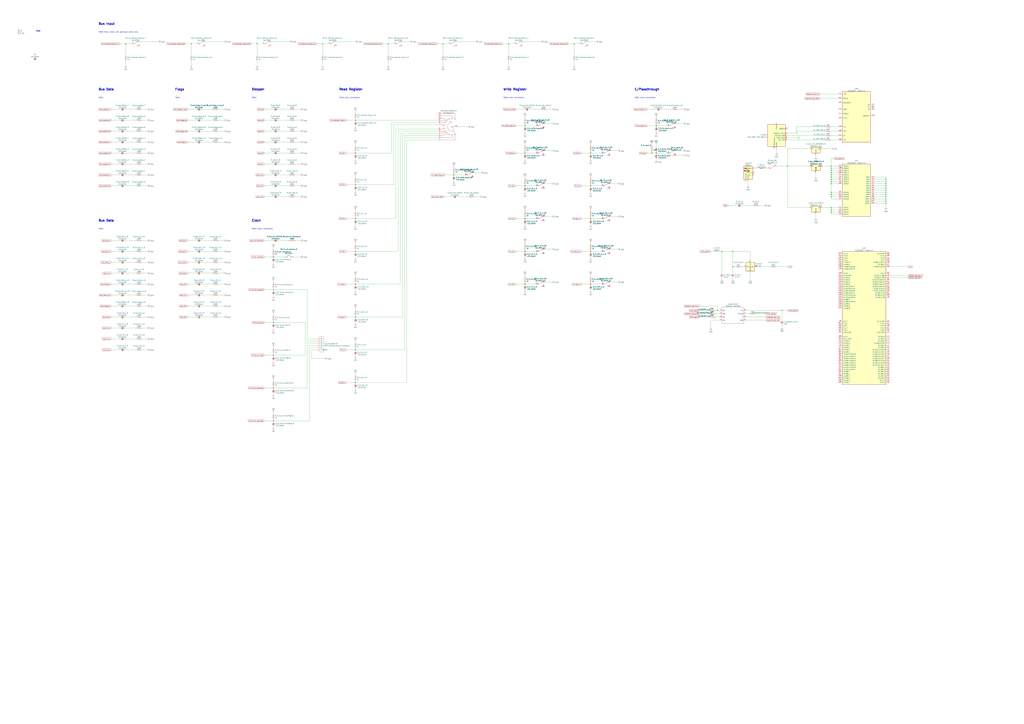
<source format=kicad_sch>
(kicad_sch (version 20211123) (generator eeschema)
  (paper "A0")
  (junction (at 317.5 412.75))
  (junction (at 850.9 292.1))
  (junction (at 965.2 243.84))
  (junction (at 685.8 254))
  (junction (at 965.2 193.04))
  (junction (at 1028.7 236.22))
  (junction (at 222.25 50.8))
  (junction (at 590.55 50.8))
  (junction (at 1028.7 223.52))
  (junction (at 1028.7 220.98))
  (junction (at 908.05 360.68))
  (junction (at 298.45 50.8))
  (junction (at 514.35 50.8))
  (junction (at 450.85 50.8))
  (junction (at 756.92 177.8))
  (junction (at 1028.7 215.9))
  (junction (at 1028.7 228.6))
  (junction (at 412.75 368.3))
  (junction (at 412.75 139.7))
  (junction (at 146.05 50.8))
  (junction (at 609.6 177.8))
  (junction (at 1028.7 226.06))
  (junction (at 317.5 298.45))
  (junction (at 762 177.8))
  (junction (at 762 146.05))
  (junction (at 965.2 226.06))
  (junction (at 1028.7 218.44))
  (junction (at 1028.7 213.36))
  (junction (at 965.2 205.74))
  (junction (at 412.75 292.1))
  (junction (at 1028.7 233.68))
  (junction (at 965.2 228.6))
  (junction (at 965.2 223.52))
  (junction (at 1028.7 231.14))
  (junction (at 609.6 330.2))
  (junction (at 965.2 198.12))
  (junction (at 317.5 374.65))
  (junction (at 914.4 193.04))
  (junction (at 609.6 254))
  (junction (at 527.05 203.2))
  (junction (at 965.2 213.36))
  (junction (at 1028.7 210.82))
  (junction (at 965.2 200.66))
  (junction (at 666.75 50.8))
  (junction (at 965.2 208.28))
  (junction (at 317.5 336.55))
  (junction (at 965.2 203.2))
  (junction (at 317.5 450.85))
  (junction (at 412.75 214.63))
  (junction (at 412.75 254))
  (junction (at 412.75 330.2))
  (junction (at 965.2 246.38))
  (junction (at 609.6 146.05))
  (junction (at 850.9 309.88))
  (junction (at 1028.7 208.28))
  (junction (at 838.2 292.1))
  (junction (at 685.8 215.9))
  (junction (at 412.75 406.4))
  (junction (at 685.8 177.8))
  (junction (at 965.2 210.82))
  (junction (at 833.12 360.68))
  (junction (at 685.8 330.2))
  (junction (at 685.8 292.1))
  (junction (at 965.2 195.58))
  (junction (at 374.65 50.8))
  (junction (at 412.75 444.5))
  (junction (at 609.6 292.1))
  (junction (at 965.2 241.3))
  (junction (at 609.6 215.9))
  (junction (at 412.75 177.8))
  (junction (at 317.5 488.95))
  (wire (pts (xy 412.75 444.5) (xy 472.44 444.5)))
  (wire (pts (xy 708.66 213.36) (xy 717.55 213.36)))
  (wire (pts (xy 549.91 200.66) (xy 558.8 200.66)))
  (wire (pts (xy 838.2 292.1) (xy 850.9 292.1)))
  (wire (pts (xy 965.2 205.74) (xy 972.82 205.74)))
  (wire (pts (xy 317.5 326.39) (xy 317.5 327.66)))
  (wire (pts (xy 412.75 406.4) (xy 412.75 407.67)))
  (wire (pts (xy 412.75 129.54) (xy 412.75 130.81)))
  (wire (pts (xy 965.2 184.15) (xy 967.74 184.15)))
  (wire (pts (xy 165.1 304.8) (xy 171.45 304.8)))
  (wire (pts (xy 129.54 279.4) (xy 139.7 279.4)))
  (wire (pts (xy 787.4 127) (xy 793.75 127)))
  (wire (pts (xy 218.44 127) (xy 228.6 127)))
  (wire (pts (xy 965.2 205.74) (xy 965.2 208.28)))
  (wire (pts (xy 609.6 328.93) (xy 609.6 330.2)))
  (wire (pts (xy 955.04 241.3) (xy 965.2 241.3)))
  (wire (pts (xy 317.5 402.59) (xy 317.5 403.86)))
  (wire (pts (xy 609.6 184.15) (xy 609.6 185.42)))
  (wire (pts (xy 129.54 381) (xy 139.7 381)))
  (wire (pts (xy 129.54 165.1) (xy 139.7 165.1)))
  (wire (pts (xy 1033.78 320.04) (xy 1054.1 320.04)))
  (wire (pts (xy 609.6 215.9) (xy 622.3 215.9)))
  (wire (pts (xy 833.12 360.68) (xy 835.66 360.68)))
  (wire (pts (xy 1016 236.22) (xy 1028.7 236.22)))
  (wire (pts (xy 632.46 327.66) (xy 641.35 327.66)))
  (wire (pts (xy 317.5 440.69) (xy 317.5 441.96)))
  (wire (pts (xy 368.3 398.78) (xy 354.33 398.78)))
  (wire (pts (xy 322.58 203.2) (xy 335.28 203.2)))
  (wire (pts (xy 322.58 279.4) (xy 335.28 279.4)))
  (wire (pts (xy 368.3 393.7) (xy 356.87 393.7)))
  (wire (pts (xy 590.55 50.8) (xy 596.9 50.8)))
  (wire (pts (xy 307.34 374.65) (xy 317.5 374.65)))
  (wire (pts (xy 609.6 320.04) (xy 609.6 321.31)))
  (wire (pts (xy 685.8 184.15) (xy 685.8 185.42)))
  (wire (pts (xy 292.1 50.8) (xy 298.45 50.8)))
  (wire (pts (xy 599.44 254) (xy 609.6 254)))
  (wire (pts (xy 307.34 177.8) (xy 317.5 177.8)))
  (wire (pts (xy 850.9 292.1) (xy 871.22 292.1)))
  (wire (pts (xy 144.78 152.4) (xy 157.48 152.4)))
  (wire (pts (xy 825.5 372.11) (xy 825.5 381)))
  (wire (pts (xy 881.38 238.76) (xy 887.73 238.76)))
  (wire (pts (xy 412.75 298.45) (xy 412.75 299.72)))
  (wire (pts (xy 965.2 228.6) (xy 965.2 231.14)))
  (wire (pts (xy 322.58 165.1) (xy 335.28 165.1)))
  (wire (pts (xy 307.34 336.55) (xy 317.5 336.55)))
  (wire (pts (xy 165.1 393.7) (xy 171.45 393.7)))
  (wire (pts (xy 368.3 401.32) (xy 356.87 401.32)))
  (wire (pts (xy 685.8 320.04) (xy 685.8 321.31)))
  (wire (pts (xy 218.44 152.4) (xy 228.6 152.4)))
  (wire (pts (xy 527.05 203.2) (xy 539.75 203.2)))
  (wire (pts (xy 144.78 406.4) (xy 157.48 406.4)))
  (wire (pts (xy 825.5 292.1) (xy 829.31 292.1)))
  (wire (pts (xy 609.6 146.05) (xy 622.3 146.05)))
  (wire (pts (xy 412.75 213.36) (xy 412.75 214.63)))
  (wire (pts (xy 599.44 146.05) (xy 609.6 146.05)))
  (wire (pts (xy 866.14 360.68) (xy 908.05 360.68)))
  (wire (pts (xy 866.14 364.49) (xy 869.95 364.49)))
  (wire (pts (xy 685.8 336.55) (xy 685.8 337.82)))
  (wire (pts (xy 609.6 252.73) (xy 609.6 254)))
  (wire (pts (xy 342.9 203.2) (xy 349.25 203.2)))
  (wire (pts (xy 218.44 165.1) (xy 228.6 165.1)))
  (wire (pts (xy 222.25 71.12) (xy 222.25 76.2)))
  (wire (pts (xy 412.75 443.23) (xy 412.75 444.5)))
  (wire (pts (xy 165.1 355.6) (xy 171.45 355.6)))
  (wire (pts (xy 412.75 444.5) (xy 412.75 445.77)))
  (wire (pts (xy 317.5 488.95) (xy 359.41 488.95)))
  (wire (pts (xy 342.9 127) (xy 349.25 127)))
  (wire (pts (xy 660.4 50.8) (xy 666.75 50.8)))
  (wire (pts (xy 965.2 246.38) (xy 965.2 248.92)))
  (wire (pts (xy 317.5 450.85) (xy 317.5 452.12)))
  (wire (pts (xy 454.66 142.24) (xy 508 142.24)))
  (wire (pts (xy 927.1 157.48) (xy 957.58 157.48)))
  (wire (pts (xy 756.92 177.8) (xy 762 177.8)))
  (wire (pts (xy 317.5 297.18) (xy 317.5 298.45)))
  (wire (pts (xy 868.68 210.82) (xy 868.68 215.9)))
  (wire (pts (xy 165.1 215.9) (xy 171.45 215.9)))
  (wire (pts (xy 685.8 281.94) (xy 685.8 283.21)))
  (wire (pts (xy 317.5 298.45) (xy 330.2 298.45)))
  (wire (pts (xy 129.54 190.5) (xy 139.7 190.5)))
  (wire (pts (xy 508 144.78) (xy 457.2 144.78)))
  (wire (pts (xy 871.22 292.1) (xy 871.22 302.26)))
  (wire (pts (xy 965.2 147.32) (xy 972.82 147.32)))
  (wire (pts (xy 298.45 50.8) (xy 298.45 63.5)))
  (wire (pts (xy 254 317.5) (xy 260.35 317.5)))
  (wire (pts (xy 965.2 198.12) (xy 965.2 200.66)))
  (wire (pts (xy 307.34 488.95) (xy 317.5 488.95)))
  (wire (pts (xy 965.2 210.82) (xy 972.82 210.82)))
  (wire (pts (xy 233.68 330.2) (xy 246.38 330.2)))
  (wire (pts (xy 402.59 139.7) (xy 412.75 139.7)))
  (wire (pts (xy 144.78 342.9) (xy 157.48 342.9)))
  (wire (pts (xy 965.2 200.66) (xy 972.82 200.66)))
  (wire (pts (xy 1028.7 208.28) (xy 1028.7 210.82)))
  (wire (pts (xy 965.2 241.3) (xy 972.82 241.3)))
  (wire (pts (xy 412.75 139.7) (xy 508 139.7)))
  (wire (pts (xy 762 135.89) (xy 762 137.16)))
  (wire (pts (xy 129.54 203.2) (xy 139.7 203.2)))
  (wire (pts (xy 233.68 165.1) (xy 246.38 165.1)))
  (wire (pts (xy 908.05 360.68) (xy 908.05 372.11)))
  (wire (pts (xy 965.2 241.3) (xy 965.2 243.84)))
  (wire (pts (xy 609.6 243.84) (xy 609.6 245.11)))
  (wire (pts (xy 965.2 203.2) (xy 972.82 203.2)))
  (wire (pts (xy 850.9 292.1) (xy 850.9 309.88)))
  (wire (pts (xy 218.44 317.5) (xy 228.6 317.5)))
  (wire (pts (xy 317.5 478.79) (xy 317.5 480.06)))
  (wire (pts (xy 1016 220.98) (xy 1028.7 220.98)))
  (wire (pts (xy 914.4 160.02) (xy 928.37 160.02)))
  (wire (pts (xy 233.68 279.4) (xy 246.38 279.4)))
  (wire (pts (xy 412.75 396.24) (xy 412.75 397.51)))
  (wire (pts (xy 784.86 175.26) (xy 793.75 175.26)))
  (wire (pts (xy 708.66 175.26) (xy 717.55 175.26)))
  (wire (pts (xy 784.86 143.51) (xy 793.75 143.51)))
  (wire (pts (xy 675.64 177.8) (xy 685.8 177.8)))
  (wire (pts (xy 1028.7 228.6) (xy 1028.7 231.14)))
  (wire (pts (xy 412.75 450.85) (xy 412.75 452.12)))
  (wire (pts (xy 412.75 368.3) (xy 467.36 368.3)))
  (wire (pts (xy 685.8 290.83) (xy 685.8 292.1)))
  (wire (pts (xy 609.6 205.74) (xy 609.6 207.01)))
  (wire (pts (xy 144.78 355.6) (xy 157.48 355.6)))
  (wire (pts (xy 901.7 309.88) (xy 914.4 309.88)))
  (wire (pts (xy 361.95 416.56) (xy 377.19 416.56)))
  (wire (pts (xy 1033.78 322.58) (xy 1054.1 322.58)))
  (wire (pts (xy 165.1 127) (xy 171.45 127)))
  (wire (pts (xy 218.44 368.3) (xy 228.6 368.3)))
  (wire (pts (xy 307.34 139.7) (xy 317.5 139.7)))
  (wire (pts (xy 317.5 342.9) (xy 317.5 344.17)))
  (wire (pts (xy 342.9 228.6) (xy 349.25 228.6)))
  (wire (pts (xy 412.75 367.03) (xy 412.75 368.3)))
  (wire (pts (xy 412.75 434.34) (xy 412.75 435.61)))
  (wire (pts (xy 412.75 214.63) (xy 412.75 215.9)))
  (wire (pts (xy 361.95 406.4) (xy 361.95 416.56)))
  (wire (pts (xy 402.59 444.5) (xy 412.75 444.5)))
  (wire (pts (xy 952.5 109.22) (xy 972.82 109.22)))
  (wire (pts (xy 412.75 292.1) (xy 412.75 293.37)))
  (wire (pts (xy 632.46 251.46) (xy 641.35 251.46)))
  (wire (pts (xy 877.57 364.49) (xy 889 364.49)))
  (wire (pts (xy 307.34 215.9) (xy 317.5 215.9)))
  (wire (pts (xy 965.2 200.66) (xy 965.2 203.2)))
  (wire (pts (xy 144.78 292.1) (xy 157.48 292.1)))
  (wire (pts (xy 317.5 381) (xy 317.5 382.27)))
  (wire (pts (xy 830.58 360.68) (xy 833.12 360.68)))
  (wire (pts (xy 412.75 336.55) (xy 412.75 337.82)))
  (wire (pts (xy 146.05 71.12) (xy 146.05 76.2)))
  (wire (pts (xy 472.44 162.56) (xy 472.44 444.5)))
  (wire (pts (xy 298.45 50.8) (xy 304.8 50.8)))
  (wire (pts (xy 469.9 160.02) (xy 508 160.02)))
  (wire (pts (xy 1028.7 205.74) (xy 1028.7 208.28)))
  (wire (pts (xy 359.41 403.86) (xy 359.41 488.95)))
  (wire (pts (xy 317.5 412.75) (xy 354.33 412.75)))
  (wire (pts (xy 322.58 127) (xy 335.28 127)))
  (wire (pts (xy 685.8 252.73) (xy 685.8 254)))
  (wire (pts (xy 861.06 309.88) (xy 863.6 309.88)))
  (wire (pts (xy 762 176.53) (xy 762 177.8)))
  (wire (pts (xy 965.2 208.28) (xy 972.82 208.28)))
  (wire (pts (xy 354.33 398.78) (xy 354.33 412.75)))
  (wire (pts (xy 467.36 157.48) (xy 467.36 368.3)))
  (wire (pts (xy 317.5 335.28) (xy 317.5 336.55)))
  (wire (pts (xy 307.34 127) (xy 317.5 127)))
  (wire (pts (xy 412.75 214.63) (xy 457.2 214.63)))
  (wire (pts (xy 607.06 48.26) (xy 628.65 48.26)))
  (wire (pts (xy 412.75 368.3) (xy 412.75 369.57)))
  (wire (pts (xy 450.85 50.8) (xy 457.2 50.8)))
  (wire (pts (xy 317.5 304.8) (xy 317.5 306.07)))
  (wire (pts (xy 317.5 288.29) (xy 317.5 289.56)))
  (wire (pts (xy 762 184.15) (xy 762 186.69)))
  (wire (pts (xy 218.44 292.1) (xy 228.6 292.1)))
  (wire (pts (xy 412.75 254) (xy 459.74 254)))
  (wire (pts (xy 317.5 495.3) (xy 317.5 496.57)))
  (wire (pts (xy 317.5 457.2) (xy 317.5 458.47)))
  (wire (pts (xy 464.82 154.94) (xy 508 154.94)))
  (wire (pts (xy 609.6 292.1) (xy 609.6 293.37)))
  (wire (pts (xy 927.1 162.56) (xy 927.1 157.48)))
  (wire (pts (xy 914.4 162.56) (xy 927.1 162.56)))
  (wire (pts (xy 412.75 138.43) (xy 412.75 139.7)))
  (wire (pts (xy 298.45 71.12) (xy 298.45 76.2)))
  (wire (pts (xy 914.4 193.04) (xy 914.4 241.3)))
  (wire (pts (xy 450.85 71.12) (xy 450.85 76.2)))
  (wire (pts (xy 751.84 127) (xy 762 127)))
  (wire (pts (xy 254 292.1) (xy 260.35 292.1)))
  (wire (pts (xy 1028.7 218.44) (xy 1028.7 220.98)))
  (wire (pts (xy 685.8 222.25) (xy 685.8 223.52)))
  (wire (pts (xy 444.5 50.8) (xy 450.85 50.8)))
  (wire (pts (xy 307.34 412.75) (xy 317.5 412.75)))
  (wire (pts (xy 322.58 190.5) (xy 335.28 190.5)))
  (wire (pts (xy 838.2 292.1) (xy 838.2 317.5)))
  (wire (pts (xy 462.28 152.4) (xy 462.28 292.1)))
  (wire (pts (xy 762 144.78) (xy 762 146.05)))
  (wire (pts (xy 322.58 139.7) (xy 335.28 139.7)))
  (wire (pts (xy 1016 208.28) (xy 1028.7 208.28)))
  (wire (pts (xy 609.6 254) (xy 609.6 255.27)))
  (wire (pts (xy 965.2 248.92) (xy 972.82 248.92)))
  (wire (pts (xy 412.75 177.8) (xy 454.66 177.8)))
  (wire (pts (xy 317.5 411.48) (xy 317.5 412.75)))
  (wire (pts (xy 233.68 304.8) (xy 246.38 304.8)))
  (wire (pts (xy 584.2 50.8) (xy 590.55 50.8)))
  (wire (pts (xy 947.42 200.66) (xy 947.42 205.74)))
  (wire (pts (xy 675.64 330.2) (xy 685.8 330.2)))
  (wire (pts (xy 965.2 193.04) (xy 965.2 195.58)))
  (wire (pts (xy 139.7 50.8) (xy 146.05 50.8)))
  (wire (pts (xy 129.54 393.7) (xy 139.7 393.7)))
  (wire (pts (xy 599.44 215.9) (xy 609.6 215.9)))
  (wire (pts (xy 609.6 292.1) (xy 622.3 292.1)))
  (wire (pts (xy 129.54 139.7) (xy 139.7 139.7)))
  (wire (pts (xy 342.9 139.7) (xy 349.25 139.7)))
  (wire (pts (xy 165.1 330.2) (xy 171.45 330.2)))
  (wire (pts (xy 402.59 330.2) (xy 412.75 330.2)))
  (wire (pts (xy 871.22 325.12) (xy 871.22 317.5)))
  (wire (pts (xy 402.59 214.63) (xy 412.75 214.63)))
  (wire (pts (xy 317.5 374.65) (xy 354.33 374.65)))
  (wire (pts (xy 708.66 289.56) (xy 717.55 289.56)))
  (wire (pts (xy 666.75 71.12) (xy 666.75 76.2)))
  (wire (pts (xy 609.6 336.55) (xy 609.6 337.82)))
  (wire (pts (xy 342.9 215.9) (xy 349.25 215.9)))
  (wire (pts (xy 685.8 254) (xy 685.8 255.27)))
  (wire (pts (xy 767.08 127) (xy 779.78 127)))
  (wire (pts (xy 675.64 215.9) (xy 685.8 215.9)))
  (wire (pts (xy 1016 226.06) (xy 1028.7 226.06)))
  (wire (pts (xy 530.86 228.6) (xy 543.56 228.6)))
  (wire (pts (xy 129.54 304.8) (xy 139.7 304.8)))
  (wire (pts (xy 129.54 317.5) (xy 139.7 317.5)))
  (wire (pts (xy 609.6 146.05) (xy 609.6 147.32)))
  (wire (pts (xy 322.58 177.8) (xy 335.28 177.8)))
  (wire (pts (xy 527.05 193.04) (xy 527.05 194.31)))
  (wire (pts (xy 412.75 330.2) (xy 412.75 331.47)))
  (wire (pts (xy 685.8 177.8) (xy 685.8 179.07)))
  (wire (pts (xy 454.66 177.8) (xy 454.66 142.24)))
  (wire (pts (xy 1028.7 220.98) (xy 1028.7 223.52)))
  (wire (pts (xy 683.26 48.26) (xy 692.15 48.26)))
  (wire (pts (xy 374.65 50.8) (xy 381 50.8)))
  (wire (pts (xy 412.75 176.53) (xy 412.75 177.8)))
  (wire (pts (xy 144.78 190.5) (xy 157.48 190.5)))
  (wire (pts (xy 947.42 180.34) (xy 947.42 182.88)))
  (wire (pts (xy 307.34 165.1) (xy 317.5 165.1)))
  (wire (pts (xy 708.66 327.66) (xy 717.55 327.66)))
  (wire (pts (xy 412.75 177.8) (xy 412.75 179.07)))
  (wire (pts (xy 965.2 243.84) (xy 965.2 246.38)))
  (wire (pts (xy 632.46 213.36) (xy 641.35 213.36)))
  (wire (pts (xy 609.6 176.53) (xy 609.6 177.8)))
  (wire (pts (xy 254 355.6) (xy 260.35 355.6)))
  (wire (pts (xy 751.84 177.8) (xy 756.92 177.8)))
  (wire (pts (xy 218.44 304.8) (xy 228.6 304.8)))
  (wire (pts (xy 830.58 364.49) (xy 835.66 364.49)))
  (wire (pts (xy 514.35 50.8) (xy 520.7 50.8)))
  (wire (pts (xy 412.75 254) (xy 412.75 255.27)))
  (wire (pts (xy 685.8 167.64) (xy 685.8 168.91)))
  (wire (pts (xy 402.59 292.1) (xy 412.75 292.1)))
  (wire (pts (xy 955.04 193.04) (xy 965.2 193.04)))
  (wire (pts (xy 402.59 177.8) (xy 412.75 177.8)))
  (wire (pts (xy 1028.7 215.9) (xy 1028.7 218.44)))
  (wire (pts (xy 527.05 201.93) (xy 527.05 203.2)))
  (wire (pts (xy 307.34 450.85) (xy 317.5 450.85)))
  (wire (pts (xy 233.68 292.1) (xy 246.38 292.1)))
  (wire (pts (xy 666.75 50.8) (xy 673.1 50.8)))
  (wire (pts (xy 666.75 50.8) (xy 666.75 63.5)))
  (wire (pts (xy 165.1 152.4) (xy 171.45 152.4)))
  (wire (pts (xy 1016 210.82) (xy 1028.7 210.82)))
  (wire (pts (xy 1016 205.74) (xy 1028.7 205.74)))
  (wire (pts (xy 590.55 50.8) (xy 590.55 63.5)))
  (wire (pts (xy 635 127) (xy 641.35 127)))
  (wire (pts (xy 609.6 144.78) (xy 609.6 146.05)))
  (wire (pts (xy 129.54 177.8) (xy 139.7 177.8)))
  (wire (pts (xy 317.5 449.58) (xy 317.5 450.85)))
  (wire (pts (xy 342.9 190.5) (xy 349.25 190.5)))
  (wire (pts (xy 218.44 342.9) (xy 228.6 342.9)))
  (wire (pts (xy 322.58 228.6) (xy 335.28 228.6)))
  (wire (pts (xy 144.78 139.7) (xy 157.48 139.7)))
  (wire (pts (xy 812.8 355.6) (xy 833.12 355.6)))
  (wire (pts (xy 218.44 330.2) (xy 228.6 330.2)))
  (wire (pts (xy 632.46 143.51) (xy 641.35 143.51)))
  (wire (pts (xy 955.04 172.72) (xy 965.2 172.72)))
  (wire (pts (xy 914.4 241.3) (xy 939.8 241.3)))
  (wire (pts (xy 599.44 330.2) (xy 609.6 330.2)))
  (wire (pts (xy 762 152.4) (xy 762 153.67)))
  (wire (pts (xy 685.8 298.45) (xy 685.8 299.72)))
  (wire (pts (xy 925.83 152.4) (xy 957.58 152.4)))
  (wire (pts (xy 590.55 71.12) (xy 590.55 76.2)))
  (wire (pts (xy 222.25 50.8) (xy 222.25 63.5)))
  (wire (pts (xy 233.68 127) (xy 246.38 127)))
  (wire (pts (xy 762 177.8) (xy 774.7 177.8)))
  (wire (pts (xy 317.5 412.75) (xy 317.5 414.02)))
  (wire (pts (xy 144.78 381) (xy 157.48 381)))
  (wire (pts (xy 527.05 209.55) (xy 527.05 210.82)))
  (wire (pts (xy 402.59 254) (xy 412.75 254)))
  (wire (pts (xy 368.3 406.4) (xy 361.95 406.4)))
  (wire (pts (xy 317.5 419.1) (xy 317.5 420.37)))
  (wire (pts (xy 609.6 167.64) (xy 609.6 168.91)))
  (wire (pts (xy 144.78 127) (xy 157.48 127)))
  (wire (pts (xy 1016 228.6) (xy 1028.7 228.6)))
  (wire (pts (xy 850.9 322.58) (xy 850.9 325.12)))
  (wire (pts (xy 459.74 254) (xy 459.74 149.86)))
  (wire (pts (xy 965.2 223.52) (xy 965.2 226.06)))
  (wire (pts (xy 317.5 488.95) (xy 317.5 490.22)))
  (wire (pts (xy 391.16 48.26) (xy 412.75 48.26)))
  (wire (pts (xy 685.8 292.1) (xy 698.5 292.1)))
  (wire (pts (xy 412.75 139.7) (xy 412.75 140.97)))
  (wire (pts (xy 834.39 292.1) (xy 838.2 292.1)))
  (wire (pts (xy 609.6 222.25) (xy 609.6 223.52)))
  (wire (pts (xy 233.68 152.4) (xy 246.38 152.4)))
  (wire (pts (xy 928.37 162.56) (xy 957.58 162.56)))
  (wire (pts (xy 317.5 487.68) (xy 317.5 488.95)))
  (wire (pts (xy 939.8 193.04) (xy 914.4 193.04)))
  (wire (pts (xy 1016 213.36) (xy 1028.7 213.36)))
  (wire (pts (xy 165.1 279.4) (xy 171.45 279.4)))
  (wire (pts (xy 685.8 215.9) (xy 685.8 217.17)))
  (wire (pts (xy 878.84 309.88) (xy 894.08 309.88)))
  (wire (pts (xy 965.2 223.52) (xy 972.82 223.52)))
  (wire (pts (xy 412.75 292.1) (xy 462.28 292.1)))
  (wire (pts (xy 412.75 243.84) (xy 412.75 245.11)))
  (wire (pts (xy 144.78 393.7) (xy 157.48 393.7)))
  (wire (pts (xy 317.5 298.45) (xy 317.5 299.72)))
  (wire (pts (xy 307.34 298.45) (xy 317.5 298.45)))
  (wire (pts (xy 1028.7 231.14) (xy 1028.7 233.68)))
  (wire (pts (xy 675.64 292.1) (xy 685.8 292.1)))
  (wire (pts (xy 508 152.4) (xy 462.28 152.4)))
  (wire (pts (xy 129.54 342.9) (xy 139.7 342.9)))
  (wire (pts (xy 632.46 289.56) (xy 641.35 289.56)))
  (wire (pts (xy 412.75 167.64) (xy 412.75 168.91)))
  (wire (pts (xy 845.82 238.76) (xy 855.98 238.76)))
  (wire (pts (xy 317.5 450.85) (xy 356.87 450.85)))
  (wire (pts (xy 924.56 147.32) (xy 957.58 147.32)))
  (wire (pts (xy 317.5 364.49) (xy 317.5 365.76)))
  (wire (pts (xy 609.6 135.89) (xy 609.6 137.16)))
  (wire (pts (xy 965.2 243.84) (xy 972.82 243.84)))
  (wire (pts (xy 965.2 157.48) (xy 972.82 157.48)))
  (wire (pts (xy 908.05 381) (xy 908.05 377.19)))
  (wire (pts (xy 762 146.05) (xy 774.7 146.05)))
  (wire (pts (xy 144.78 304.8) (xy 157.48 304.8)))
  (wire (pts (xy 812.8 368.3) (xy 822.96 368.3)))
  (wire (pts (xy 314.96 48.26) (xy 336.55 48.26)))
  (wire (pts (xy 412.75 260.35) (xy 412.75 261.62)))
  (wire (pts (xy 233.68 342.9) (xy 246.38 342.9)))
  (wire (pts (xy 402.59 368.3) (xy 412.75 368.3)))
  (wire (pts (xy 685.8 254) (xy 698.5 254)))
  (wire (pts (xy 514.35 71.12) (xy 514.35 76.2)))
  (wire (pts (xy 412.75 405.13) (xy 412.75 406.4)))
  (wire (pts (xy 162.56 48.26) (xy 184.15 48.26)))
  (wire (pts (xy 914.4 172.72) (xy 914.4 193.04)))
  (wire (pts (xy 965.2 226.06) (xy 965.2 228.6)))
  (wire (pts (xy 838.2 322.58) (xy 838.2 325.12)))
  (wire (pts (xy 965.2 152.4) (xy 972.82 152.4)))
  (wire (pts (xy 1016 231.14) (xy 1028.7 231.14)))
  (wire (pts (xy 317.5 374.65) (xy 317.5 375.92)))
  (wire (pts (xy 965.2 162.56) (xy 972.82 162.56)))
  (wire (pts (xy 609.6 290.83) (xy 609.6 292.1)))
  (wire (pts (xy 412.75 252.73) (xy 412.75 254)))
  (wire (pts (xy 368.3 50.8) (xy 374.65 50.8)))
  (wire (pts (xy 238.76 48.26) (xy 260.35 48.26)))
  (wire (pts (xy 850.9 309.88) (xy 850.9 317.5)))
  (wire (pts (xy 947.42 248.92) (xy 947.42 254)))
  (wire (pts (xy 412.75 290.83) (xy 412.75 292.1)))
  (wire (pts (xy 685.8 330.2) (xy 685.8 331.47)))
  (wire (pts (xy 165.1 368.3) (xy 171.45 368.3)))
  (wire (pts (xy 614.68 127) (xy 627.38 127)))
  (wire (pts (xy 457.2 144.78) (xy 457.2 214.63)))
  (wire (pts (xy 965.2 246.38) (xy 972.82 246.38)))
  (wire (pts (xy 685.8 328.93) (xy 685.8 330.2)))
  (wire (pts (xy 129.54 368.3) (xy 139.7 368.3)))
  (wire (pts (xy 222.25 50.8) (xy 228.6 50.8)))
  (wire (pts (xy 965.2 213.36) (xy 972.82 213.36)))
  (wire (pts (xy 374.65 71.12) (xy 374.65 76.2)))
  (wire (pts (xy 233.68 139.7) (xy 246.38 139.7)))
  (wire (pts (xy 924.56 147.32) (xy 924.56 154.94)))
  (wire (pts (xy 901.7 193.04) (xy 914.4 193.04)))
  (wire (pts (xy 254 279.4) (xy 260.35 279.4)))
  (wire (pts (xy 165.1 165.1) (xy 171.45 165.1)))
  (wire (pts (xy 412.75 184.15) (xy 412.75 185.42)))
  (wire (pts (xy 833.12 360.68) (xy 833.12 355.6)))
  (wire (pts (xy 675.64 254) (xy 685.8 254)))
  (wire (pts (xy 464.82 330.2) (xy 464.82 154.94)))
  (wire (pts (xy 861.06 238.76) (xy 873.76 238.76)))
  (wire (pts (xy 165.1 342.9) (xy 171.45 342.9)))
  (wire (pts (xy 965.2 210.82) (xy 965.2 213.36)))
  (wire (pts (xy 515.62 228.6) (xy 525.78 228.6)))
  (wire (pts (xy 412.75 328.93) (xy 412.75 330.2)))
  (wire (pts (xy 908.05 360.68) (xy 914.4 360.68)))
  (wire (pts (xy 965.2 203.2) (xy 965.2 205.74)))
  (wire (pts (xy 901.7 172.72) (xy 901.7 177.8)))
  (wire (pts (xy 685.8 260.35) (xy 685.8 261.62)))
  (wire (pts (xy 129.54 152.4) (xy 139.7 152.4)))
  (wire (pts (xy 965.2 208.28) (xy 965.2 210.82)))
  (wire (pts (xy 812.8 360.68) (xy 822.96 360.68)))
  (wire (pts (xy 965.2 213.36) (xy 965.2 223.52)))
  (wire (pts (xy 866.14 372.11) (xy 889 372.11)))
  (wire (pts (xy 412.75 358.14) (xy 412.75 359.41)))
  (wire (pts (xy 516.89 203.2) (xy 527.05 203.2)))
  (wire (pts (xy 609.6 330.2) (xy 609.6 331.47)))
  (wire (pts (xy 342.9 152.4) (xy 349.25 152.4)))
  (wire (pts (xy 784.86 180.34) (xy 793.75 180.34)))
  (wire (pts (xy 965.2 195.58) (xy 965.2 198.12)))
  (wire (pts (xy 685.8 214.63) (xy 685.8 215.9)))
  (wire (pts (xy 218.44 139.7) (xy 228.6 139.7)))
  (wire (pts (xy 751.84 146.05) (xy 762 146.05)))
  (wire (pts (xy 1028.7 226.06) (xy 1028.7 228.6)))
  (wire (pts (xy 530.86 48.26) (xy 552.45 48.26)))
  (wire (pts (xy 412.75 412.75) (xy 412.75 414.02)))
  (wire (pts (xy 254 152.4) (xy 260.35 152.4)))
  (wire (pts (xy 1028.7 213.36) (xy 1028.7 215.9)))
  (wire (pts (xy 469.9 406.4) (xy 469.9 160.02)))
  (wire (pts (xy 533.4 147.32) (xy 543.56 147.32)))
  (wire (pts (xy 129.54 406.4) (xy 139.7 406.4)))
  (wire (pts (xy 374.65 50.8) (xy 374.65 63.5)))
  (wire (pts (xy 1016 223.52) (xy 1028.7 223.52)))
  (wire (pts (xy 146.05 50.8) (xy 146.05 63.5)))
  (wire (pts (xy 218.44 279.4) (xy 228.6 279.4)))
  (wire (pts (xy 254 330.2) (xy 260.35 330.2)))
  (wire (pts (xy 965.2 198.12) (xy 972.82 198.12)))
  (wire (pts (xy 609.6 177.8) (xy 609.6 179.07)))
  (wire (pts (xy 508 157.48) (xy 467.36 157.48)))
  (wire (pts (xy 609.6 281.94) (xy 609.6 283.21)))
  (wire (pts (xy 165.1 203.2) (xy 171.45 203.2)))
  (wire (pts (xy 1033.78 309.88) (xy 1054.1 309.88)))
  (wire (pts (xy 914.4 154.94) (xy 924.56 154.94)))
  (wire (pts (xy 830.58 368.3) (xy 835.66 368.3)))
  (wire (pts (xy 368.3 403.86) (xy 359.41 403.86)))
  (wire (pts (xy 685.8 292.1) (xy 685.8 293.37)))
  (wire (pts (xy 233.68 368.3) (xy 246.38 368.3)))
  (wire (pts (xy 356.87 401.32) (xy 356.87 450.85)))
  (wire (pts (xy 609.6 152.4) (xy 609.6 153.67)))
  (wire (pts (xy 129.54 215.9) (xy 139.7 215.9)))
  (wire (pts (xy 756.92 167.64) (xy 756.92 168.91)))
  (wire (pts (xy 514.35 50.8) (xy 514.35 63.5)))
  (wire (pts (xy 835.66 372.11) (xy 825.5 372.11)))
  (wire (pts (xy 165.1 317.5) (xy 171.45 317.5)))
  (wire (pts (xy 1016 233.68) (xy 1028.7 233.68)))
  (wire (pts (xy 356.87 393.7) (xy 356.87 336.55)))
  (wire (pts (xy 165.1 381) (xy 171.45 381)))
  (wire (pts (xy 599.44 127) (xy 609.6 127)))
  (wire (pts (xy 412.75 374.65) (xy 412.75 375.92)))
  (wire (pts (xy 609.6 177.8) (xy 622.3 177.8)))
  (wire (pts (xy 342.9 279.4) (xy 349.25 279.4)))
  (wire (pts (xy 1028.7 223.52) (xy 1028.7 226.06)))
  (wire (pts (xy 307.34 279.4) (xy 317.5 279.4)))
  (wire (pts (xy 368.3 396.24) (xy 354.33 396.24)))
  (wire (pts (xy 165.1 139.7) (xy 171.45 139.7)))
  (wire (pts (xy 340.36 298.45) (xy 349.25 298.45)))
  (wire (pts (xy 144.78 279.4) (xy 157.48 279.4)))
  (wire (pts (xy 551.18 228.6) (xy 557.53 228.6)))
  (wire (pts (xy 144.78 368.3) (xy 157.48 368.3)))
  (wire (pts (xy 322.58 215.9) (xy 335.28 215.9)))
  (wire (pts (xy 254 304.8) (xy 260.35 304.8)))
  (wire (pts (xy 965.2 226.06) (xy 972.82 226.06)))
  (wire (pts (xy 412.75 406.4) (xy 469.9 406.4)))
  (wire (pts (xy 317.5 336.55) (xy 317.5 337.82)))
  (wire (pts (xy 354.33 396.24) (xy 354.33 374.65)))
  (wire (pts (xy 144.78 330.2) (xy 157.48 330.2)))
  (wire (pts (xy 254 127) (xy 260.35 127)))
  (wire (pts (xy 459.74 149.86) (xy 508 149.86)))
  (wire (pts (xy 165.1 292.1) (xy 171.45 292.1)))
  (wire (pts (xy 233.68 317.5) (xy 246.38 317.5)))
  (wire (pts (xy 685.8 176.53) (xy 685.8 177.8)))
  (wire (pts (xy 412.75 146.05) (xy 412.75 147.32)))
  (wire (pts (xy 1028.7 233.68) (xy 1028.7 236.22)))
  (wire (pts (xy 322.58 152.4) (xy 335.28 152.4)))
  (wire (pts (xy 853.44 309.88) (xy 850.9 309.88)))
  (wire (pts (xy 866.14 368.3) (xy 889 368.3)))
  (wire (pts (xy 762 167.64) (xy 762 171.45)))
  (wire (pts (xy 129.54 330.2) (xy 139.7 330.2)))
  (wire (pts (xy 307.34 152.4) (xy 317.5 152.4)))
  (wire (pts (xy 129.54 127) (xy 139.7 127)))
  (wire (pts (xy 254 165.1) (xy 260.35 165.1)))
  (wire (pts (xy 254 368.3) (xy 260.35 368.3)))
  (wire (pts (xy 165.1 190.5) (xy 171.45 190.5)))
  (wire (pts (xy 708.66 251.46) (xy 717.55 251.46)))
  (wire (pts (xy 307.34 190.5) (xy 317.5 190.5)))
  (wire (pts (xy 508 50.8) (xy 514.35 50.8)))
  (wire (pts (xy 342.9 177.8) (xy 349.25 177.8)))
  (wire (pts (xy 1016 215.9) (xy 1028.7 215.9)))
  (wire (pts (xy 144.78 177.8) (xy 157.48 177.8)))
  (wire (pts (xy 685.8 215.9) (xy 698.5 215.9)))
  (wire (pts (xy 144.78 215.9) (xy 157.48 215.9)))
  (wire (pts (xy 965.2 231.14) (xy 972.82 231.14)))
  (wire (pts (xy 402.59 406.4) (xy 412.75 406.4)))
  (wire (pts (xy 925.83 152.4) (xy 925.83 157.48)))
  (wire (pts (xy 876.3 195.58) (xy 881.38 195.58)))
  (wire (pts (xy 609.6 254) (xy 622.3 254)))
  (wire (pts (xy 762 177.8) (xy 762 179.07)))
  (wire (pts (xy 412.75 220.98) (xy 412.75 222.25)))
  (wire (pts (xy 508 162.56) (xy 472.44 162.56)))
  (wire (pts (xy 685.8 243.84) (xy 685.8 245.11)))
  (wire (pts (xy 928.37 162.56) (xy 928.37 160.02)))
  (wire (pts (xy 307.34 203.2) (xy 317.5 203.2)))
  (wire (pts (xy 1016 218.44) (xy 1028.7 218.44)))
  (wire (pts (xy 218.44 355.6) (xy 228.6 355.6)))
  (wire (pts (xy 254 342.9) (xy 260.35 342.9)))
  (wire (pts (xy 939.8 172.72) (xy 914.4 172.72)))
  (wire (pts (xy 965.2 193.04) (xy 972.82 193.04)))
  (wire (pts (xy 317.5 336.55) (xy 356.87 336.55)))
  (wire (pts (xy 144.78 317.5) (xy 157.48 317.5)))
  (wire (pts (xy 609.6 298.45) (xy 609.6 299.72)))
  (wire (pts (xy 129.54 292.1) (xy 139.7 292.1)))
  (wire (pts (xy 165.1 406.4) (xy 171.45 406.4)))
  (wire (pts (xy 609.6 260.35) (xy 609.6 261.62)))
  (wire (pts (xy 965.2 195.58) (xy 972.82 195.58)))
  (wire (pts (xy 129.54 355.6) (xy 139.7 355.6)))
  (wire (pts (xy 146.05 50.8) (xy 152.4 50.8)))
  (wire (pts (xy 412.75 204.47) (xy 412.75 205.74)))
  (wire (pts (xy 886.46 195.58) (xy 891.54 195.58)))
  (wire (pts (xy 685.8 205.74) (xy 685.8 207.01)))
  (wire (pts (xy 144.78 165.1) (xy 157.48 165.1)))
  (wire (pts (xy 685.8 330.2) (xy 698.5 330.2)))
  (wire (pts (xy 914.4 157.48) (xy 925.83 157.48)))
  (wire (pts (xy 952.5 114.3) (xy 972.82 114.3)))
  (wire (pts (xy 215.9 50.8) (xy 222.25 50.8)))
  (wire (pts (xy 233.68 355.6) (xy 246.38 355.6)))
  (wire (pts (xy 609.6 215.9) (xy 609.6 217.17)))
  (wire (pts (xy 467.36 48.26) (xy 476.25 48.26)))
  (wire (pts (xy 412.75 330.2) (xy 464.82 330.2)))
  (wire (pts (xy 450.85 50.8) (xy 450.85 63.5)))
  (wire (pts (xy 254 139.7) (xy 260.35 139.7)))
  (wire (pts (xy 412.75 320.04) (xy 412.75 321.31)))
  (wire (pts (xy 756.92 176.53) (xy 756.92 177.8)))
  (wire (pts (xy 685.8 177.8) (xy 698.5 177.8)))
  (wire (pts (xy 762 146.05) (xy 762 147.32)))
  (wire (pts (xy 412.75 281.94) (xy 412.75 283.21)))
  (wire (pts (xy 812.8 364.49) (xy 822.96 364.49)))
  (wire (pts (xy 317.5 373.38) (xy 317.5 374.65)))
  (wire (pts (xy 632.46 175.26) (xy 641.35 175.26)))
  (wire (pts (xy 599.44 292.1) (xy 609.6 292.1)))
  (wire (pts (xy 307.34 228.6) (xy 317.5 228.6)))
  (wire (pts (xy 609.6 330.2) (xy 622.3 330.2)))
  (wire (pts (xy 1028.7 210.82) (xy 1028.7 213.36)))
  (wire (pts (xy 599.44 177.8) (xy 609.6 177.8)))
  (wire (pts (xy 527.05 203.2) (xy 527.05 204.47)))
  (wire (pts (xy 144.78 203.2) (xy 157.48 203.2)))
  (wire (pts (xy 342.9 165.1) (xy 349.25 165.1)))
  (wire (pts (xy 1028.7 236.22) (xy 1028.7 241.3)))
  (wire (pts (xy 609.6 214.63) (xy 609.6 215.9)))
  (wire (pts (xy 965.2 193.04) (xy 965.2 184.15)))
  (wire (pts (xy 965.2 228.6) (xy 972.82 228.6)))
  (wire (pts (xy 165.1 177.8) (xy 171.45 177.8)))
  (text "Read" (at 41.91 36.83 0) (effects (font (size 1.27 1.27) (thickness 0.254) bold) (justify left bottom)))
  (text "Flags" (at 203.2 105.41 0) (effects (font (size 2.54 2.54) bold) (justify left bottom)))
  (text "TODO: check connections" (at 736.6 114.3 0) (effects (font (size 1.27 1.27)) (justify left bottom)))
  (text "Bus Data" (at 114.3 257.81 0) (effects (font (size 2.54 2.54) bold) (justify left bottom)))
  (text "Stepper" (at 292.1 105.41 0) (effects (font (size 2.54 2.54) bold) (justify left bottom)))
  (text "TODO: Check pinout with particular switch pins" (at 114.3 38.1 0) (effects (font (size 1.27 1.27)) (justify left bottom)))
  (text "TODO:" (at 203.2 114.3 0) (effects (font (size 1.27 1.27)) (justify left bottom)))
  (text "Bus Input" (at 114.3 29.21 0) (effects (font (size 2.54 2.54) bold) (justify left bottom)))
  (text "TODO:" (at 114.3 266.7 0) (effects (font (size 1.27 1.27)) (justify left bottom)))
  (text "Read Register" (at 393.7 105.41 0) (effects (font (size 2.54 2.54) bold) (justify left bottom)))
  (text "Write Register" (at 584.2 105.41 0) (effects (font (size 2.54 2.54) bold) (justify left bottom)))
  (text "Bus Data" (at 114.3 105.41 0) (effects (font (size 2.54 2.54) bold) (justify left bottom)))
  (text "Clock" (at 292.1 257.81 0) (effects (font (size 2.54 2.54) bold) (justify left bottom)))
  (text "1/Passthrough" (at 736.6 105.41 0) (effects (font (size 2.54 2.54) bold) (justify left bottom)))
  (text "TODO:" (at 114.3 114.3 0) (effects (font (size 1.27 1.27)) (justify left bottom)))
  (text "TODO: check connections" (at 393.7 114.3 0) (effects (font (size 1.27 1.27)) (justify left bottom)))
  (text "TODO: Check connections" (at 292.1 266.7 0) (effects (font (size 1.27 1.27)) (justify left bottom)))
  (text "TODO:" (at 292.1 114.3 0) (effects (font (size 1.27 1.27)) (justify left bottom)))
  (text "TODO: check connections" (at 584.2 114.3 0) (effects (font (size 1.27 1.27)) (justify left bottom)))
  (global_label "VCC_banks" (shape input) (at 889 364.49 0) (property "Intersheet References" "${INTERSHEET_REFS}" (effects hide)))
  (global_label "in_is_bus1_w" (shape input) (at 751.84 146.05 180) (property "Intersheet References" "${INTERSHEET_REFS}" (effects hide)))
  (global_label "in_r1_w" (shape input) (at 599.44 254 180) (property "Intersheet References" "${INTERSHEET_REFS}" (effects hide)))
  (global_label "in_ram_a_w" (shape input) (at 675.64 292.1 180) (property "Intersheet References" "${INTERSHEET_REFS}" (effects hide)))
  (global_label "out_r2_r" (shape input) (at 218.44 355.6 180) (property "Intersheet References" "${INTERSHEET_REFS}" (effects hide)))
  (global_label "in_r1_r" (shape input) (at 402.59 254 180) (property "Intersheet References" "${INTERSHEET_REFS}" (effects hide)))
  (global_label "out_flags_z" (shape input) (at 218.44 165.1 180) (property "Intersheet References" "${INTERSHEET_REFS}" (effects hide)))
  (global_label "out_flags_eq" (shape input) (at 218.44 152.4 180) (property "Intersheet References" "${INTERSHEET_REFS}" (effects hide)))
  (global_label "in_manual_input_o_2" (shape input) (at 508 50.8 180) (property "Intersheet References" "${INTERSHEET_REFS}" (effects hide)))
  (global_label "out_ram_r" (shape input) (at 218.44 304.8 180) (property "Intersheet References" "${INTERSHEET_REFS}" (effects hide)))
  (global_label "out_ram_a_w" (shape input) (at 129.54 342.9 180) (property "Intersheet References" "${INTERSHEET_REFS}" (effects hide)))
  (global_label "in_ram_w" (shape input) (at 675.64 330.2 180) (property "Intersheet References" "${INTERSHEET_REFS}" (effects hide)))
  (global_label "out_sysbus_5" (shape input) (at 129.54 152.4 180) (property "Intersheet References" "${INTERSHEET_REFS}" (effects hide)))
  (global_label "out_clk_internal" (shape input) (at 307.34 279.4 180) (property "Intersheet References" "${INTERSHEET_REFS}" (effects hide)))
  (global_label "out_r1_w" (shape input) (at 129.54 381 180) (property "Intersheet References" "${INTERSHEET_REFS}" (effects hide)))
  (global_label "out_sysbus_4" (shape input) (at 129.54 165.1 180) (property "Intersheet References" "${INTERSHEET_REFS}" (effects hide)))
  (global_label "out_r0_r" (shape input) (at 218.44 330.2 180) (property "Intersheet References" "${INTERSHEET_REFS}" (effects hide)))
  (global_label "in_manual_input_o_0" (shape input) (at 660.4 50.8 180) (property "Intersheet References" "${INTERSHEET_REFS}" (effects hide)))
  (global_label "out_iar_w" (shape input) (at 129.54 279.4 180) (property "Intersheet References" "${INTERSHEET_REFS}" (effects hide)))
  (global_label "VCC_banks" (shape input) (at 914.4 360.68 0) (property "Intersheet References" "${INTERSHEET_REFS}" (effects hide)))
  (global_label "out_acc_r" (shape input) (at 218.44 292.1 180) (property "Intersheet References" "${INTERSHEET_REFS}" (effects hide)))
  (global_label "eeprom_spi_dout" (shape input) (at 812.8 364.49 180) (property "Intersheet References" "${INTERSHEET_REFS}" (effects hide)))
  (global_label "in_iar_w" (shape input) (at 675.64 177.8 180) (property "Intersheet References" "${INTERSHEET_REFS}" (effects hide)))
  (global_label "clk" (shape input) (at 1054.1 309.88 0) (property "Intersheet References" "${INTERSHEET_REFS}" (effects hide)))
  (global_label "out_sysbus_2" (shape input) (at 129.54 190.5 180) (property "Intersheet References" "${INTERSHEET_REFS}" (effects hide)))
  (global_label "out_r1_r" (shape input) (at 218.44 342.9 180) (property "Intersheet References" "${INTERSHEET_REFS}" (effects hide)))
  (global_label "out_r2_w" (shape input) (at 129.54 393.7 180) (property "Intersheet References" "${INTERSHEET_REFS}" (effects hide)))
  (global_label "in_clk_manual" (shape input) (at 307.34 298.45 180) (property "Intersheet References" "${INTERSHEET_REFS}" (effects hide)))
  (global_label "out_r3_w" (shape input) (at 129.54 406.4 180) (property "Intersheet References" "${INTERSHEET_REFS}" (effects hide)))
  (global_label "out_sysbus_0" (shape input) (at 129.54 215.9 180) (property "Intersheet References" "${INTERSHEET_REFS}" (effects hide)))
  (global_label "out_ir_w" (shape input) (at 129.54 317.5 180) (property "Intersheet References" "${INTERSHEET_REFS}" (effects hide)))
  (global_label "out_ram_w" (shape input) (at 129.54 304.8 180) (property "Intersheet References" "${INTERSHEET_REFS}" (effects hide)))
  (global_label "in_manual_input_o_1" (shape input) (at 584.2 50.8 180) (property "Intersheet References" "${INTERSHEET_REFS}" (effects hide)))
  (global_label "out_s5" (shape input) (at 307.34 139.7 180) (property "Intersheet References" "${INTERSHEET_REFS}" (effects hide)))
  (global_label "eeprom_spi_clk" (shape input) (at 952.5 109.22 180) (property "Intersheet References" "${INTERSHEET_REFS}" (effects hide)))
  (global_label "out_temp_w" (shape input) (at 129.54 330.2 180) (property "Intersheet References" "${INTERSHEET_REFS}" (effects hide)))
  (global_label "in_is_clk_veryhigh" (shape input) (at 307.34 488.95 180) (property "Intersheet References" "${INTERSHEET_REFS}" (effects hide)))
  (global_label "out_sysbus_3" (shape input) (at 129.54 177.8 180) (property "Intersheet References" "${INTERSHEET_REFS}" (effects hide)))
  (global_label "eeprom_spi_dout" (shape input) (at 952.5 114.3 180) (property "Intersheet References" "${INTERSHEET_REFS}" (effects hide)))
  (global_label "out_flags_C_out" (shape input) (at 218.44 127 180) (property "Intersheet References" "${INTERSHEET_REFS}" (effects hide)))
  (global_label "out_can_read" (shape input) (at 515.62 228.6 180) (property "Intersheet References" "${INTERSHEET_REFS}" (effects hide)))
  (global_label "VCC_banks" (shape input) (at 825.5 292.1 180) (property "Intersheet References" "${INTERSHEET_REFS}" (effects hide)))
  (global_label "eeprom_spi_clk" (shape input) (at 889 368.3 0) (property "Intersheet References" "${INTERSHEET_REFS}" (effects hide)))
  (global_label "VCC_banks" (shape input) (at 812.8 368.3 180) (property "Intersheet References" "${INTERSHEET_REFS}" (effects hide)))
  (global_label "clk" (shape input) (at 914.4 309.88 0) (property "Intersheet References" "${INTERSHEET_REFS}" (effects hide)))
  (global_label "in_r2_w" (shape input) (at 599.44 292.1 180) (property "Intersheet References" "${INTERSHEET_REFS}" (effects hide)))
  (global_label "out_r0_w" (shape input) (at 129.54 368.3 180) (property "Intersheet References" "${INTERSHEET_REFS}" (effects hide)))
  (global_label "in_ram_r" (shape input) (at 402.59 330.2 180) (property "Intersheet References" "${INTERSHEET_REFS}" (effects hide)))
  (global_label "VCC_banks" (shape input) (at 967.74 184.15 0) (property "Intersheet References" "${INTERSHEET_REFS}" (effects hide)))
  (global_label "out_r3_r" (shape input) (at 218.44 368.3 180) (property "Intersheet References" "${INTERSHEET_REFS}" (effects hide)))
  (global_label "out_flags_w" (shape input) (at 129.54 355.6 180) (property "Intersheet References" "${INTERSHEET_REFS}" (effects hide)))
  (global_label "out_s6" (shape input) (at 307.34 127 180) (property "Intersheet References" "${INTERSHEET_REFS}" (effects hide)))
  (global_label "out_s1" (shape input) (at 307.34 190.5 180) (property "Intersheet References" "${INTERSHEET_REFS}" (effects hide)))
  (global_label "in_acc_r" (shape input) (at 402.59 368.3 180) (property "Intersheet References" "${INTERSHEET_REFS}" (effects hide)))
  (global_label "out_sysbus_1" (shape input) (at 129.54 203.2 180) (property "Intersheet References" "${INTERSHEET_REFS}" (effects hide)))
  (global_label "in_is_clk_manual" (shape input) (at 307.34 336.55 180) (property "Intersheet References" "${INTERSHEET_REFS}" (effects hide)))
  (global_label "out_iar_r" (shape input) (at 218.44 279.4 180) (property "Intersheet References" "${INTERSHEET_REFS}" (effects hide)))
  (global_label "in_is_clk_high" (shape input) (at 307.34 412.75 180) (property "Intersheet References" "${INTERSHEET_REFS}" (effects hide)))
  (global_label "out_clkr" (shape input) (at 307.34 215.9 180) (property "Intersheet References" "${INTERSHEET_REFS}" (effects hide)))
  (global_label "in_manual_input_o_5" (shape input) (at 292.1 50.8 180) (property "Intersheet References" "${INTERSHEET_REFS}" (effects hide)))
  (global_label "out_clkc" (shape input) (at 307.34 228.6 180) (property "Intersheet References" "${INTERSHEET_REFS}" (effects hide)))
  (global_label "eprom_spi_din" (shape input) (at 1054.1 322.58 0) (property "Intersheet References" "${INTERSHEET_REFS}" (effects hide)))
  (global_label "in_read_reg_en" (shape input) (at 516.89 203.2 180) (property "Intersheet References" "${INTERSHEET_REFS}" (effects hide)))
  (global_label "in_acc_w" (shape input) (at 675.64 254 180) (property "Intersheet References" "${INTERSHEET_REFS}" (effects hide)))
  (global_label "in_ir_r" (shape input) (at 402.59 406.4 180) (property "Intersheet References" "${INTERSHEET_REFS}" (effects hide)))
  (global_label "in_manual_input_o_7" (shape input) (at 139.7 50.8 180) (property "Intersheet References" "${INTERSHEET_REFS}" (effects hide)))
  (global_label "in_ir_w" (shape input) (at 675.64 215.9 180) (property "Intersheet References" "${INTERSHEET_REFS}" (effects hide)))
  (global_label "in_is_clk_external" (shape input) (at 307.34 450.85 180) (property "Intersheet References" "${INTERSHEET_REFS}" (effects hide)))
  (global_label "out_clkw" (shape input) (at 307.34 203.2 180) (property "Intersheet References" "${INTERSHEET_REFS}" (effects hide)))
  (global_label "VCC" (shape input) (at 845.82 238.76 180) (property "Intersheet References" "${INTERSHEET_REFS}" (effects hide)))
  (global_label "in_write_reg_en" (shape input) (at 599.44 146.05 180) (property "Intersheet References" "${INTERSHEET_REFS}" (effects hide)))
  (global_label "out_s4" (shape input) (at 307.34 152.4 180) (property "Intersheet References" "${INTERSHEET_REFS}" (effects hide)))
  (global_label "out_s3" (shape input) (at 307.34 165.1 180) (property "Intersheet References" "${INTERSHEET_REFS}" (effects hide)))
  (global_label "in_r0_r" (shape input) (at 402.59 292.1 180) (property "Intersheet References" "${INTERSHEET_REFS}" (effects hide)))
  (global_label "out_sysbus_6" (shape input) (at 129.54 139.7 180) (property "Intersheet References" "${INTERSHEET_REFS}" (effects hide)))
  (global_label "out_can_write" (shape input) (at 599.44 127 180) (property "Intersheet References" "${INTERSHEET_REFS}" (effects hide)))
  (global_label "in_r2_r" (shape input) (at 402.59 214.63 180) (property "Intersheet References" "${INTERSHEET_REFS}" (effects hide)))
  (global_label "eeprom_spi_cs_n" (shape input) (at 812.8 355.6 180) (property "Intersheet References" "${INTERSHEET_REFS}" (effects hide)))
  (global_label "out_flags_gt" (shape input) (at 218.44 139.7 180) (property "Intersheet References" "${INTERSHEET_REFS}" (effects hide)))
  (global_label "out_s2" (shape input) (at 307.34 177.8 180) (property "Intersheet References" "${INTERSHEET_REFS}" (effects hide)))
  (global_label "in_manual_input_o_4" (shape input) (at 368.3 50.8 180) (property "Intersheet References" "${INTERSHEET_REFS}" (effects hide)))
  (global_label "in_iar_r" (shape input) (at 402.59 444.5 180) (property "Intersheet References" "${INTERSHEET_REFS}" (effects hide)))
  (global_label "out_acc_w" (shape input) (at 129.54 292.1 180) (property "Intersheet References" "${INTERSHEET_REFS}" (effects hide)))
  (global_label "in_manual_input_o_6" (shape input) (at 215.9 50.8 180) (property "Intersheet References" "${INTERSHEET_REFS}" (effects hide)))
  (global_label "out_sysbus_7" (shape input) (at 129.54 127 180) (property "Intersheet References" "${INTERSHEET_REFS}" (effects hide)))
  (global_label "in_manual_input_r" (shape input) (at 402.59 139.7 180) (property "Intersheet References" "${INTERSHEET_REFS}" (effects hide)))
  (global_label "in_manual_input_o_3" (shape input) (at 444.5 50.8 180) (property "Intersheet References" "${INTERSHEET_REFS}" (effects hide)))
  (global_label "in_temp_w" (shape input) (at 599.44 177.8 180) (property "Intersheet References" "${INTERSHEET_REFS}" (effects hide)))
  (global_label "in_r3_w" (shape input) (at 599.44 330.2 180) (property "Intersheet References" "${INTERSHEET_REFS}" (effects hide)))
  (global_label "eeprom_spi_din" (shape input) (at 889 372.11 0) (property "Intersheet References" "${INTERSHEET_REFS}" (effects hide)))
  (global_label "in_r0_w" (shape input) (at 599.44 215.9 180) (property "Intersheet References" "${INTERSHEET_REFS}" (effects hide)))
  (global_label "out_is_bus1_w" (shape input) (at 751.84 127 180) (property "Intersheet References" "${INTERSHEET_REFS}" (effects hide)))
  (global_label "in_is_clk_low" (shape input) (at 307.34 374.65 180) (property "Intersheet References" "${INTERSHEET_REFS}" (effects hide)))
  (global_label "out_bus1" (shape input) (at 218.44 317.5 180) (property "Intersheet References" "${INTERSHEET_REFS}" (effects hide)))
  (global_label "in_r3_r" (shape input) (at 402.59 177.8 180) (property "Intersheet References" "${INTERSHEET_REFS}" (effects hide)))
  (global_label "VCC_banks" (shape input) (at 812.8 360.68 180) (property "Intersheet References" "${INTERSHEET_REFS}" (effects hide)))
  (global_label "in_bus1" (shape input) (at 751.84 177.8 180) (property "Intersheet References" "${INTERSHEET_REFS}" (effects hide)))
  (global_label "eprom_spi_cs_n" (shape input) (at 1054.1 320.04 0) (property "Intersheet References" "${INTERSHEET_REFS}" (effects hide)))
  (symbol (lib_id "power:GND") (at 641.35 289.56 90) (unit 1)
    (property "Reference" "#PWR0182" (effects hide))
    (property "Value" "GND" (at 644.525 289.9938 90) (effects (justify right)))
  )
  (symbol (lib_id "Device:R_US") (at 412.75 209.55 180) (unit 1)
    (property "Reference" "R_in_r2_r_0" (at 414.401 208.7153 0) (effects (justify right)))
    (property "Value" "1K" (at 414.401 211.2522 0) (effects (justify right)))
    (property "Footprint" "Resistor_SMD:R_0805_2012Metric_Pad1.20x1.40mm_HandSolder" (effects hide))
  )
  (symbol (lib_id "Device:R_US") (at 826.77 364.49 90) (unit 1)
    (property "Reference" "R__eeprom_dq1_0" (at 817.88 363.22 90))
    (property "Value" "33R" (at 826.77 362.4381 90))
    (property "Footprint" "Resistor_SMD:R_0805_2012Metric_Pad1.20x1.40mm_HandSolder" (effects hide))
  )
  (symbol (lib_id "power:GND") (at 628.65 48.26 90) (unit 1)
    (property "Reference" "#PWR0215" (effects hide))
    (property "Value" "GND" (at 631.825 48.6938 90) (effects (justify right)))
  )
  (symbol (lib_id "Device:LED_Small") (at 142.24 177.8 180) (unit 1)
    (property "Reference" "D_out_sysbus_3" (at 142.1765 173.0842 0))
    (property "Value" "LED_Small" (at 142.1765 175.6211 0))
    (property "Footprint" "LED_SMD:LED_0805_2012Metric_Pad1.15x1.40mm_HandSolder" (effects hide))
  )
  (symbol (lib_id "Device:R_US") (at 547.37 228.6 90) (unit 1)
    (property "Reference" "R_out_can_read_0" (at 547.37 224.0112 90))
    (property "Value" "100R" (at 547.37 226.5481 90))
    (property "Footprint" "Resistor_SMD:R_0805_2012Metric_Pad1.20x1.40mm_HandSolder" (effects hide))
  )
  (symbol (lib_id "power:VCC") (at 609.6 320.04 0) (unit 1)
    (property "Reference" "#PWR0199" (effects hide))
    (property "Value" "VCC" (at 609.6 316.4642 0))
  )
  (symbol (lib_id "Switch:SW_Rotary12") (at 518.16 147.32 180) (unit 1)
    (property "Reference" "SW_read_register_0" (at 521.0175 128.5072 0))
    (property "Value" "SW_Rotary12" (at 521.0175 131.0441 0))
    (property "Datasheet" "http://cdn-reichelt.de/documents/datenblatt/C200/DS-Serie%23LOR.pdf" (effects hide))
  )
  (symbol (lib_id "Device:R_US") (at 222.25 67.31 0) (unit 1)
    (property "Reference" "R_in_manual_input_o_6" (at 223.901 66.4753 0) (effects (justify left)))
    (property "Value" "1K" (at 223.901 69.0122 0) (effects (justify left)))
    (property "Footprint" "Resistor_SMD:R_0805_2012Metric_Pad1.20x1.40mm_HandSolder" (effects hide))
  )
  (symbol (lib_id "power:VCC") (at 146.05 76.2 180) (unit 1)
    (property "Reference" "#PWR0240" (effects hide))
    (property "Value" "VCC" (at 146.05 80.6434 0))
  )
  (symbol (lib_id "Device:R_US") (at 161.29 177.8 90) (unit 1)
    (property "Reference" "R_out_sysbus_3" (at 161.29 173.2112 90))
    (property "Value" "100R" (at 161.29 175.7481 90))
    (property "Footprint" "Resistor_SMD:R_0805_2012Metric_Pad1.20x1.40mm_HandSolder" (effects hide))
  )
  (symbol (lib_id "Device:LED_Small") (at 320.04 190.5 180) (unit 1)
    (property "Reference" "D_out_s1_0" (at 319.9765 185.7842 0))
    (property "Value" "LED_Small" (at 319.9765 188.3211 0))
    (property "Footprint" "LED_SMD:LED_0805_2012Metric_Pad1.15x1.40mm_HandSolder" (effects hide))
  )
  (symbol (lib_id "Device:LED_Small") (at 142.24 190.5 180) (unit 1)
    (property "Reference" "D_out_sysbus_2" (at 142.1765 185.7842 0))
    (property "Value" "LED_Small" (at 142.1765 188.3211 0))
    (property "Footprint" "LED_SMD:LED_0805_2012Metric_Pad1.15x1.40mm_HandSolder" (effects hide))
  )
  (symbol (lib_id "power:VCC") (at 685.8 261.62 180) (unit 1)
    (property "Reference" "#PWR0171" (effects hide))
    (property "Value" "VCC" (at 685.8 266.0634 0))
  )
  (symbol (lib_id "Connector:USB_A") (at 868.68 200.66 0) (unit 1)
    (property "Reference" "J_pwr_0" (at 868.68 189.3402 0))
    (property "Value" "USB_A" (at 868.68 191.8771 0))
    (property "Footprint" "Connector_USB:USB_A_Molex_67643_Horizontal" (effects hide))
    (property "Datasheet" " ~" (effects hide))
  )
  (symbol (lib_id "Device:LED_Small") (at 231.14 165.1 180) (unit 1)
    (property "Reference" "D_out_flags_z_0" (at 231.0765 160.3842 0))
    (property "Value" "LED_Small" (at 231.0765 162.9211 0))
    (property "Footprint" "LED_SMD:LED_0805_2012Metric_Pad1.15x1.40mm_HandSolder" (effects hide))
  )
  (symbol (lib_id "Switch:SW_SPDT") (at 601.98 50.8 0) (unit 1)
    (property "Reference" "SW_in_manual_input_o_1" (at 601.98 44.1792 0))
    (property "Value" "SW_SPDT" (at 601.98 46.7161 0))
    (property "Footprint" "Button_Switch_THT:SW_Slide_1P2T_CK_OS102011MS2Q" (effects hide))
  )
  (symbol (lib_id "power:VCC") (at 412.75 358.14 0) (unit 1)
    (property "Reference" "#PWR0123" (effects hide))
    (property "Value" "VCC" (at 412.75 354.5642 0))
  )
  (symbol (lib_id "power:GND") (at 349.25 139.7 90) (unit 1)
    (property "Reference" "#PWR0112" (effects hide))
    (property "Value" "GND" (at 352.425 140.1338 90) (effects (justify right)))
  )
  (symbol (lib_id "power:VCC") (at 412.75 337.82 180) (unit 1)
    (property "Reference" "#PWR0226" (effects hide))
    (property "Value" "VCC" (at 412.75 342.2634 0))
  )
  (symbol (lib_id "Device:R_US") (at 317.5 407.67 180) (unit 1)
    (property "Reference" "R_in_is_clk_high_0" (at 319.151 406.8353 0) (effects (justify right)))
    (property "Value" "1K" (at 319.151 409.3722 0) (effects (justify right)))
    (property "Footprint" "Resistor_SMD:R_0805_2012Metric_Pad1.20x1.40mm_HandSolder" (effects hide))
  )
  (symbol (lib_id "Device:R_US") (at 961.39 147.32 90) (unit 1)
    (property "Reference" "R_JTAG_TCK_0" (at 951.23 146.05 90))
    (property "Value" "33R" (at 961.39 145.2681 90))
    (property "Footprint" "Resistor_SMD:R_0805_2012Metric_Pad1.20x1.40mm_HandSolder" (effects hide))
  )
  (symbol (lib_id "power:VCC") (at 317.5 458.47 180) (unit 1)
    (property "Reference" "#PWR0137" (effects hide))
    (property "Value" "VCC" (at 317.5 462.9134 0))
  )
  (symbol (lib_id "power:GND") (at 641.35 213.36 90) (unit 1)
    (property "Reference" "#PWR0192" (effects hide))
    (property "Value" "GND" (at 644.525 213.7938 90) (effects (justify right)))
  )
  (symbol (lib_id "Device:LED_Small") (at 762 173.99 90) (unit 1)
    (property "Reference" "D_in_bus1_one_0" (at 763.778 173.0918 90) (effects (justify right)))
    (property "Value" "LED_Small" (at 763.778 175.6287 90) (effects (justify right)))
    (property "Footprint" "LED_SMD:LED_0805_2012Metric_Pad1.15x1.40mm_HandSolder" (effects hide))
  )
  (symbol (lib_id "Switch:SW_SPDT") (at 157.48 50.8 0) (unit 1)
    (property "Reference" "SW_in_manual_input_o_7" (at 157.48 44.1792 0))
    (property "Value" "SW_SPDT" (at 157.48 46.7161 0))
    (property "Footprint" "Button_Switch_THT:SW_Slide_1P2T_CK_OS102011MS2Q" (effects hide))
  )
  (symbol (lib_id "Device:R_US") (at 161.29 406.4 90) (unit 1)
    (property "Reference" "R_out_r3_w_0" (at 161.29 401.8112 90))
    (property "Value" "100R" (at 161.29 404.3481 90))
    (property "Footprint" "Resistor_SMD:R_0805_2012Metric_Pad1.20x1.40mm_HandSolder" (effects hide))
  )
  (symbol (lib_id "Device:R_US") (at 685.8 287.02 180) (unit 1)
    (property "Reference" "R_in_ram_a_w_0" (at 687.451 286.1853 0) (effects (justify right)))
    (property "Value" "1K" (at 687.451 288.7222 0) (effects (justify right)))
    (property "Footprint" "Resistor_SMD:R_0805_2012Metric_Pad1.20x1.40mm_HandSolder" (effects hide))
  )
  (symbol (lib_id "power:GND") (at 171.45 177.8 90) (unit 1)
    (property "Reference" "#PWR0243" (effects hide))
    (property "Value" "GND" (at 174.625 178.2338 90) (effects (justify right)))
  )
  (symbol (lib_id "Switch:SW_DPDT_x2") (at 627.38 254 0) (unit 1)
    (property "Reference" "SW_in_r1_w_0" (at 627.38 247.3792 0))
    (property "Value" "SW_DPDT_x2" (at 627.38 249.9161 0))
    (property "Footprint" "Button_Switch_THT:SW_Push_2P2T_Toggle_CK_PVA2OAH5xxxxxxV2" (effects hide))
  )
  (symbol (lib_id "power:VCC") (at 317.5 326.39 0) (unit 1)
    (property "Reference" "#PWR0154" (effects hide))
    (property "Value" "VCC" (at 317.5 322.8142 0))
  )
  (symbol (lib_id "Device:R_US") (at 374.65 67.31 0) (unit 1)
    (property "Reference" "R_in_manual_input_o_4" (at 376.301 66.4753 0) (effects (justify left)))
    (property "Value" "1K" (at 376.301 69.0122 0) (effects (justify left)))
    (property "Footprint" "Resistor_SMD:R_0805_2012Metric_Pad1.20x1.40mm_HandSolder" (effects hide))
  )
  (symbol (lib_id "power:GND") (at 349.25 127 90) (unit 1)
    (property "Reference" "#PWR0124" (effects hide))
    (property "Value" "GND" (at 352.425 127.4338 90) (effects (justify right)))
  )
  (symbol (lib_id "Xilinx.FPGA:XC3S250E-4TQG144C") (at 1003.3 370.84 0) (unit 3)
    (property "Reference" "U2" (at 1003.3 288.4002 0))
    (property "Value" "XC3S250E-4TQG144C" (at 1003.3 290.9371 0))
    (property "Footprint" "Package_QFP:TQFP-144_20x20mm_P0.5mm" (effects hide))
  )
  (symbol (lib_id "power:GND") (at 552.45 48.26 90) (unit 1)
    (property "Reference" "#PWR0213" (effects hide))
    (property "Value" "GND" (at 555.625 48.6938 90) (effects (justify right)))
  )
  (symbol (lib_id "Xilinx.FPGA:XC3S250E-4TQG144C") (at 993.14 220.98 0) (unit 1)
    (property "Reference" "U2" (at 994.41 186.8002 0))
    (property "Value" "XC3S250E-4TQG144C" (at 994.41 189.3371 0))
    (property "Footprint" "Package_QFP:TQFP-144_20x20mm_P0.5mm" (effects hide))
  )
  (symbol (lib_id "power:GND") (at 260.35 304.8 90) (unit 1)
    (property "Reference" "#PWR0131" (effects hide))
    (property "Value" "GND" (at 263.525 305.2338 90) (effects (justify right)))
  )
  (symbol (lib_id "Device:R_US") (at 609.6 172.72 180) (unit 1)
    (property "Reference" "R_in_temp_w_0" (at 611.251 171.8853 0) (effects (justify right)))
    (property "Value" "1K" (at 611.251 174.4222 0) (effects (justify right)))
    (property "Footprint" "Resistor_SMD:R_0805_2012Metric_Pad1.20x1.40mm_HandSolder" (effects hide))
  )
  (symbol (lib_id "Device:LED_Small") (at 231.14 368.3 180) (unit 1)
    (property "Reference" "D_out_r3_r_0" (at 231.0765 363.5842 0))
    (property "Value" "LED_Small" (at 231.0765 366.1211 0))
    (property "Footprint" "LED_SMD:LED_0805_2012Metric_Pad1.15x1.40mm_HandSolder" (effects hide))
  )
  (symbol (lib_id "power:GND") (at 377.19 416.56 90) (unit 1)
    (property "Reference" "#PWR0119" (effects hide))
    (property "Value" "GND" (at 380.365 416.9938 90) (effects (justify right)))
  )
  (symbol (lib_id "Device:LED_Small") (at 685.8 334.01 270) (unit 1)
    (property "Reference" "D_in_ram_w_0" (at 688.213 333.2388 90) (effects (justify left)))
    (property "Value" "LED_Small" (at 688.213 335.7757 90) (effects (justify left)))
    (property "Footprint" "LED_SMD:LED_0805_2012Metric_Pad1.15x1.40mm_HandSolder" (effects hide))
  )
  (symbol (lib_id "Device:C_Small") (at 838.2 320.04 0) (unit 1)
    (property "Reference" "C_clk_0" (at 840.5241 319.2116 0) (effects (justify left)))
    (property "Value" "0.1uF" (at 840.5241 321.7485 0) (effects (justify left)))
    (property "Footprint" "Capacitor_SMD:C_0805_2012Metric_Pad1.18x1.45mm_HandSolder" (effects hide))
  )
  (symbol (lib_id "Xilinx.FPGA:XC3S250E-4TQG144C") (at 993.14 137.16 0) (unit 2)
    (property "Reference" "U2" (at 994.41 102.9802 0))
    (property "Value" "XC3S250E-4TQG144C" (at 994.41 105.5171 0))
    (property "Footprint" "Package_QFP:TQFP-144_20x20mm_P0.5mm" (effects hide))
  )
  (symbol (lib_id "Device:LED_Small") (at 609.6 219.71 270) (unit 1)
    (property "Reference" "D_in_r0_w_0" (at 612.013 218.9388 90) (effects (justify left)))
    (property "Value" "LED_Small" (at 612.013 221.4757 90) (effects (justify left)))
    (property "Footprint" "LED_SMD:LED_0805_2012Metric_Pad1.15x1.40mm_HandSolder" (effects hide))
  )
  (symbol (lib_id "power:VCC") (at 685.8 243.84 0) (unit 1)
    (property "Reference" "#PWR0194" (effects hide))
    (property "Value" "VCC" (at 685.8 240.2642 0))
  )
  (symbol (lib_id "power:GND") (at 349.25 279.4 90) (unit 1)
    (property "Reference" "#PWR0157" (effects hide))
    (property "Value" "GND" (at 352.425 279.8338 90) (effects (justify right)))
  )
  (symbol (lib_id "Device:R_US") (at 590.55 67.31 0) (unit 1)
    (property "Reference" "R_in_manual_input_o_1" (at 592.201 66.4753 0) (effects (justify left)))
    (property "Value" "1K" (at 592.201 69.0122 0) (effects (justify left)))
    (property "Footprint" "Resistor_SMD:R_0805_2012Metric_Pad1.20x1.40mm_HandSolder" (effects hide))
  )
  (symbol (lib_id "Connector:Conn_ARM_JTAG_SWD_10") (at 901.7 157.48 0) (unit 1)
    (property "Reference" "J_JTAG_0" (at 890.778 156.6453 0) (effects (justify right)))
    (property "Value" "Conn_ARM_JTAG_SWD_10" (at 890.778 159.1822 0) (effects (justify right)))
    (property "Footprint" "Connector_IDC:IDC-Header_2x05_P2.54mm_Vertical" (effects hide))
    (property "Datasheet" "http://infocenter.arm.com/help/topic/com.arm.doc.ddi0314h/DDI0314H_coresight_components_trm.pdf" (effects hide))
  )
  (symbol (lib_id "Switch:SW_DPDT_x2") (at 703.58 177.8 0) (unit 1)
    (property "Reference" "SW_in_iar_w_0" (at 703.58 171.1792 0))
    (property "Value" "SW_DPDT_x2" (at 703.58 173.7161 0))
    (property "Footprint" "Button_Switch_THT:SW_Push_2P2T_Toggle_CK_PVA2OAH5xxxxxxV2" (effects hide))
  )
  (symbol (lib_id "power:VCC") (at 412.75 299.72 180) (unit 1)
    (property "Reference" "#PWR0227" (effects hide))
    (property "Value" "VCC" (at 412.75 304.1634 0))
  )
  (symbol (lib_id "power:VCC") (at 762 135.89 0) (unit 1)
    (property "Reference" "#PWR0186" (effects hide))
    (property "Value" "VCC" (at 762 132.3142 0))
  )
  (symbol (lib_id "Device:LED_Small") (at 142.24 215.9 180) (unit 1)
    (property "Reference" "D_out_sysbus_0" (at 142.1765 211.1842 0))
    (property "Value" "LED_Small" (at 142.1765 213.7211 0))
    (property "Footprint" "LED_SMD:LED_0805_2012Metric_Pad1.15x1.40mm_HandSolder" (effects hide))
  )
  (symbol (lib_id "Switch:SW_DPDT_x2") (at 544.83 203.2 0) (unit 1)
    (property "Reference" "SW_in_read_reg_en_0" (at 544.83 196.5792 0))
    (property "Value" "SW_DPDT_x2" (at 544.83 199.1161 0))
    (property "Footprint" "Button_Switch_THT:SW_Push_2P2T_Toggle_CK_PVA2OAH5xxxxxxV2" (effects hide))
  )
  (symbol (lib_id "Device:LED_Small") (at 685.8 257.81 270) (unit 1)
    (property "Reference" "D_in_acc_w_0" (at 688.213 257.0388 90) (effects (justify left)))
    (property "Value" "LED_Small" (at 688.213 259.5757 90) (effects (justify left)))
    (property "Footprint" "LED_SMD:LED_0805_2012Metric_Pad1.15x1.40mm_HandSolder" (effects hide))
  )
  (symbol (lib_id "power:GND") (at 349.25 228.6 90) (unit 1)
    (property "Reference" "#PWR0110" (effects hide))
    (property "Value" "GND" (at 352.425 229.0338 90) (effects (justify right)))
  )
  (symbol (lib_id "Device:LED_Small") (at 609.6 334.01 270) (unit 1)
    (property "Reference" "D_in_r3_w_0" (at 612.013 333.2388 90) (effects (justify left)))
    (property "Value" "LED_Small" (at 612.013 335.7757 90) (effects (justify left)))
    (property "Footprint" "LED_SMD:LED_0805_2012Metric_Pad1.15x1.40mm_HandSolder" (effects hide))
  )
  (symbol (lib_id "power:VCC") (at 412.75 396.24 0) (unit 1)
    (property "Reference" "#PWR0120" (effects hide))
    (property "Value" "VCC" (at 412.75 392.6642 0))
  )
  (symbol (lib_id "Device:R_US") (at 161.29 165.1 90) (unit 1)
    (property "Reference" "R_out_sysbus_4" (at 161.29 160.5112 90))
    (property "Value" "100R" (at 161.29 163.0481 90))
    (property "Footprint" "Resistor_SMD:R_0805_2012Metric_Pad1.20x1.40mm_HandSolder" (effects hide))
  )
  (symbol (lib_id "power:GND") (at 717.55 327.66 90) (unit 1)
    (property "Reference" "#PWR0170" (effects hide))
    (property "Value" "GND" (at 720.725 328.0938 90) (effects (justify right)))
  )
  (symbol (lib_id "power:VCC") (at 527.05 210.82 180) (unit 1)
    (property "Reference" "#PWR0222" (effects hide))
    (property "Value" "VCC" (at 527.05 215.2634 0))
  )
  (symbol (lib_id "power:VCC") (at 609.6 153.67 180) (unit 1)
    (property "Reference" "#PWR0198" (effects hide))
    (property "Value" "VCC" (at 609.6 158.1134 0))
  )
  (symbol (lib_id "power:GND") (at 641.35 251.46 90) (unit 1)
    (property "Reference" "#PWR0191" (effects hide))
    (property "Value" "GND" (at 644.525 251.8938 90) (effects (justify right)))
  )
  (symbol (lib_id "Device:R_US") (at 161.29 330.2 90) (unit 1)
    (property "Reference" "R_out_temp_w_0" (at 161.29 325.6112 90))
    (property "Value" "100R" (at 161.29 328.1481 90))
    (property "Footprint" "Resistor_SMD:R_0805_2012Metric_Pad1.20x1.40mm_HandSolder" (effects hide))
  )
  (symbol (lib_id "Device:LED_Small") (at 320.04 228.6 180) (unit 1)
    (property "Reference" "D_out_clkc_0" (at 319.9765 223.8842 0))
    (property "Value" "LED_Small" (at 319.9765 226.4211 0))
    (property "Footprint" "LED_SMD:LED_0805_2012Metric_Pad1.15x1.40mm_HandSolder" (effects hide))
  )
  (symbol (lib_id "Device:LED_Small") (at 320.04 279.4 180) (unit 1)
    (property "Reference" "D_out_clk_internal_0" (at 319.9765 274.6842 0))
    (property "Value" "LED_Small" (at 319.9765 277.2211 0))
    (property "Footprint" "LED_SMD:LED_0805_2012Metric_Pad1.15x1.40mm_HandSolder" (effects hide))
  )
  (symbol (lib_id "Device:LED_Small") (at 317.5 302.26 270) (unit 1)
    (property "Reference" "D_in_clk_manual_0" (at 319.913 301.4888 90) (effects (justify left)))
    (property "Value" "LED_Small" (at 319.913 304.0257 90) (effects (justify left)))
    (property "Footprint" "LED_SMD:LED_0805_2012Metric_Pad1.15x1.40mm_HandSolder" (effects hide))
  )
  (symbol (lib_id "Device:LED_Small") (at 320.04 165.1 180) (unit 1)
    (property "Reference" "D_out_s3_0" (at 319.9765 160.3842 0))
    (property "Value" "LED_Small" (at 319.9765 162.9211 0))
    (property "Footprint" "LED_SMD:LED_0805_2012Metric_Pad1.15x1.40mm_HandSolder" (effects hide))
  )
  (symbol (lib_id "Switch:SW_SPDT") (at 678.18 50.8 0) (unit 1)
    (property "Reference" "SW_in_manual_input_o_0" (at 678.18 44.1792 0))
    (property "Value" "SW_SPDT" (at 678.18 46.7161 0))
    (property "Footprint" "Button_Switch_THT:SW_Slide_1P2T_CK_OS102011MS2Q" (effects hide))
  )
  (symbol (lib_id "Device:LED_Small") (at 320.04 177.8 180) (unit 1)
    (property "Reference" "D_out_s2_0" (at 319.9765 173.0842 0))
    (property "Value" "LED_Small" (at 319.9765 175.6211 0))
    (property "Footprint" "LED_SMD:LED_0805_2012Metric_Pad1.15x1.40mm_HandSolder" (effects hide))
  )
  (symbol (lib_id "Device:LED_Small") (at 412.75 295.91 270) (unit 1)
    (property "Reference" "D_in_r0_r_0" (at 415.163 295.1388 90) (effects (justify left)))
    (property "Value" "LED_Small" (at 415.163 297.6757 90) (effects (justify left)))
    (property "Footprint" "LED_SMD:LED_0805_2012Metric_Pad1.15x1.40mm_HandSolder" (effects hide))
  )
  (symbol (lib_id "Device:LED_Small") (at 412.75 372.11 270) (unit 1)
    (property "Reference" "D_in_acc_r_0" (at 415.163 371.3388 90) (effects (justify left)))
    (property "Value" "LED_Small" (at 415.163 373.8757 90) (effects (justify left)))
    (property "Footprint" "LED_SMD:LED_0805_2012Metric_Pad1.15x1.40mm_HandSolder" (effects hide))
  )
  (symbol (lib_id "Switch:SW_DPDT_x2") (at 627.38 177.8 0) (unit 1)
    (property "Reference" "SW_in_temp_w_0" (at 627.38 171.1792 0))
    (property "Value" "SW_DPDT_x2" (at 627.38 173.7161 0))
    (property "Footprint" "Button_Switch_THT:SW_Push_2P2T_Toggle_CK_PVA2OAH5xxxxxxV2" (effects hide))
  )
  (symbol (lib_id "Device:R_US") (at 250.19 279.4 90) (unit 1)
    (property "Reference" "R_out_iar_r_0" (at 250.19 274.8112 90))
    (property "Value" "100R" (at 250.19 277.3481 90))
    (property "Footprint" "Resistor_SMD:R_0805_2012Metric_Pad1.20x1.40mm_HandSolder" (effects hide))
  )
  (symbol (lib_id "Device:R_US") (at 298.45 67.31 0) (unit 1)
    (property "Reference" "R_in_manual_input_o_5" (at 300.101 66.4753 0) (effects (justify left)))
    (property "Value" "1K" (at 300.101 69.0122 0) (effects (justify left)))
    (property "Footprint" "Resistor_SMD:R_0805_2012Metric_Pad1.20x1.40mm_HandSolder" (effects hide))
  )
  (symbol (lib_id "Device:R_US") (at 609.6 325.12 180) (unit 1)
    (property "Reference" "R_in_r3_w_0" (at 611.251 324.2853 0) (effects (justify right)))
    (property "Value" "1K" (at 611.251 326.8222 0) (effects (justify right)))
    (property "Footprint" "Resistor_SMD:R_0805_2012Metric_Pad1.20x1.40mm_HandSolder" (effects hide))
  )
  (symbol (lib_id "power:VCC") (at 762 153.67 180) (unit 1)
    (property "Reference" "#PWR0188" (effects hide))
    (property "Value" "VCC" (at 762 158.1134 0))
  )
  (symbol (lib_id "Device:R_US") (at 339.09 152.4 90) (unit 1)
    (property "Reference" "R_out_s4_0" (at 339.09 147.8112 90))
    (property "Value" "100R" (at 339.09 150.3481 90))
    (property "Footprint" "Resistor_SMD:R_0805_2012Metric_Pad1.20x1.40mm_HandSolder" (effects hide))
  )
  (symbol (lib_id "Device:LED_Small") (at 412.75 181.61 270) (unit 1)
    (property "Reference" "D_in_r3_r_0" (at 415.163 180.8388 90) (effects (justify left)))
    (property "Value" "LED_Small" (at 415.163 183.3757 90) (effects (justify left)))
    (property "Footprint" "LED_SMD:LED_0805_2012Metric_Pad1.15x1.40mm_HandSolder" (effects hide))
  )
  (symbol (lib_id "power:GND") (at 871.22 325.12 0) (unit 1)
    (property "Reference" "#PWR0105" (effects hide))
    (property "Value" "GND" (at 871.22 328.6958 0))
  )
  (symbol (lib_id "power:VCC") (at 609.6 167.64 0) (unit 1)
    (property "Reference" "#PWR0197" (effects hide))
    (property "Value" "VCC" (at 609.6 164.0642 0))
  )
  (symbol (lib_id "Device:R_US") (at 317.5 483.87 180) (unit 1)
    (property "Reference" "R_in_is_clk_veryhigh_0" (at 319.151 483.0353 0) (effects (justify right)))
    (property "Value" "1K" (at 319.151 485.5722 0) (effects (justify right)))
    (property "Footprint" "Resistor_SMD:R_0805_2012Metric_Pad1.20x1.40mm_HandSolder" (effects hide))
  )
  (symbol (lib_id "Device:R_US") (at 877.57 238.76 90) (unit 1)
    (property "Reference" "R_vcc_0" (at 877.57 234.1712 90))
    (property "Value" "100R" (at 877.57 236.7081 90))
    (property "Footprint" "Resistor_SMD:R_0805_2012Metric_Pad1.20x1.40mm_HandSolder" (effects hide))
  )
  (symbol (lib_id "Device:R_US") (at 250.19 342.9 90) (unit 1)
    (property "Reference" "R_out_r1_r_0" (at 250.19 338.3112 90))
    (property "Value" "100R" (at 250.19 340.8481 90))
    (property "Footprint" "Resistor_SMD:R_0805_2012Metric_Pad1.20x1.40mm_HandSolder" (effects hide))
  )
  (symbol (lib_id "Switch:SW_DPDT_x2") (at 627.38 292.1 0) (unit 1)
    (property "Reference" "SW_in_r2_w_0" (at 627.38 285.4792 0))
    (property "Value" "SW_DPDT_x2" (at 627.38 288.0161 0))
    (property "Footprint" "Button_Switch_THT:SW_Push_2P2T_Toggle_CK_PVA2OAH5xxxxxxV2" (effects hide))
  )
  (symbol (lib_id "Device:R_US") (at 339.09 177.8 90) (unit 1)
    (property "Reference" "R_out_s2_0" (at 339.09 173.2112 90))
    (property "Value" "100R" (at 339.09 175.7481 90))
    (property "Footprint" "Resistor_SMD:R_0805_2012Metric_Pad1.20x1.40mm_HandSolder" (effects hide))
  )
  (symbol (lib_id "Device:LED_Small") (at 317.5 492.76 270) (unit 1)
    (property "Reference" "D_in_is_clk_veryhigh_0" (at 319.913 491.9888 90) (effects (justify left)))
    (property "Value" "LED_Small" (at 319.913 494.5257 90) (effects (justify left)))
    (property "Footprint" "LED_SMD:LED_0805_2012Metric_Pad1.15x1.40mm_HandSolder" (effects hide))
  )
  (symbol (lib_id "Device:R_US") (at 762 140.97 180) (unit 1)
    (property "Reference" "R_in_is_bus1_w_0" (at 763.651 140.1353 0) (effects (justify right)))
    (property "Value" "1K" (at 763.651 142.6722 0) (effects (justify right)))
    (property "Footprint" "Resistor_SMD:R_0805_2012Metric_Pad1.20x1.40mm_HandSolder" (effects hide))
  )
  (symbol (lib_id "Switch:SW_DPDT_x2") (at 703.58 215.9 0) (unit 1)
    (property "Reference" "SW_in_ir_w_0" (at 703.58 209.2792 0))
    (property "Value" "SW_DPDT_x2" (at 703.58 211.8161 0))
    (property "Footprint" "Button_Switch_THT:SW_Push_2P2T_Toggle_CK_PVA2OAH5xxxxxxV2" (effects hide))
  )
  (symbol (lib_id "Device:LED_Small") (at 142.24 317.5 180) (unit 1)
    (property "Reference" "D_out_ir_w_0" (at 142.1765 312.7842 0))
    (property "Value" "LED_Small" (at 142.1765 315.3211 0))
    (property "Footprint" "LED_SMD:LED_0805_2012Metric_Pad1.15x1.40mm_HandSolder" (effects hide))
  )
  (symbol (lib_id "power:GND") (at 171.45 304.8 90) (unit 1)
    (property "Reference" "#PWR0149" (effects hide))
    (property "Value" "GND" (at 174.625 305.2338 90) (effects (justify right)))
  )
  (symbol (lib_id "power:GND") (at 349.25 177.8 90) (unit 1)
    (property "Reference" "#PWR0115" (effects hide))
    (property "Value" "GND" (at 352.425 178.2338 90) (effects (justify right)))
  )
  (symbol (lib_id "power:GND") (at 171.45 406.4 90) (unit 1)
    (property "Reference" "#PWR0140" (effects hide))
    (property "Value" "GND" (at 174.625 406.8338 90) (effects (justify right)))
  )
  (symbol (lib_id "Device:LED_Small") (at 142.24 368.3 180) (unit 1)
    (property "Reference" "D_out_r0_w_0" (at 142.1765 363.5842 0))
    (property "Value" "LED_Small" (at 142.1765 366.1211 0))
    (property "Footprint" "LED_SMD:LED_0805_2012Metric_Pad1.15x1.40mm_HandSolder" (effects hide))
  )
  (symbol (lib_id "sliders:SPFT_Sliding_Switch-dynacore") (at 344.17 394.97 90) (unit 1)
    (property "Reference" "U1_clk_select_0" (at 376.555 399.2153 90) (effects (justify right)))
    (property "Value" "SPFT_Sliding_Switch-dynacore" (at 376.555 401.7522 90) (effects (justify right)))
  )
  (symbol (lib_id "power:GND") (at 349.25 190.5 90) (unit 1)
    (property "Reference" "#PWR0116" (effects hide))
    (property "Value" "GND" (at 352.425 190.9338 90) (effects (justify right)))
  )
  (symbol (lib_id "Device:C_Small") (at 850.9 320.04 0) (unit 1)
    (property "Reference" "C_clk_1" (at 853.2241 319.2116 0) (effects (justify left)))
    (property "Value" "4.7uF" (at 853.2241 321.7485 0) (effects (justify left)))
    (property "Footprint" "Capacitor_SMD:C_0805_2012Metric_Pad1.18x1.45mm_HandSolder" (effects hide))
  )
  (symbol (lib_id "Device:R_US") (at 412.75 134.62 180) (unit 1)
    (property "Reference" "R_in_manual_input_r_0" (at 414.401 133.7853 0) (effects (justify right)))
    (property "Value" "1K" (at 414.401 136.3222 0) (effects (justify right)))
    (property "Footprint" "Resistor_SMD:R_0805_2012Metric_Pad1.20x1.40mm_HandSolder" (effects hide))
  )
  (symbol (lib_id "power:VCC") (at 317.5 402.59 0) (unit 1)
    (property "Reference" "#PWR0134" (effects hide))
    (property "Value" "VCC" (at 317.5 399.0142 0))
  )
  (symbol (lib_id "Device:L_Small") (at 831.85 292.1 90) (unit 1)
    (property "Reference" "L_clk_0" (at 831.85 288.0192 90))
    (property "Value" "L_Small" (at 831.85 290.5561 90))
    (property "Footprint" "Inductor_SMD:L_0805_2012Metric_Pad1.05x1.20mm_HandSolder" (effects hide))
  )
  (symbol (lib_id "power:GND") (at 838.2 325.12 0) (unit 1)
    (property "Reference" "#PWR0180" (effects hide))
    (property "Value" "GND" (at 838.2 328.6958 0))
  )
  (symbol (lib_id "power:GND") (at 850.9 325.12 0) (unit 1)
    (property "Reference" "#PWR0181" (effects hide))
    (property "Value" "GND" (at 850.9 328.6958 0))
  )
  (symbol (lib_id "power:VCC") (at 756.92 167.64 0) (unit 1)
    (property "Reference" "#PWR0187" (effects hide))
    (property "Value" "VCC" (at 756.92 164.0642 0))
  )
  (symbol (lib_id "Device:R_US") (at 250.19 355.6 90) (unit 1)
    (property "Reference" "R_out_r2_r_0" (at 250.19 351.0112 90))
    (property "Value" "100R" (at 250.19 353.5481 90))
    (property "Footprint" "Resistor_SMD:R_0805_2012Metric_Pad1.20x1.40mm_HandSolder" (effects hide))
  )
  (symbol (lib_id "Device:LED_Small") (at 412.75 448.31 270) (unit 1)
    (property "Reference" "D_in_iar_r_0" (at 415.163 447.5388 90) (effects (justify left)))
    (property "Value" "LED_Small" (at 415.163 450.0757 90) (effects (justify left)))
    (property "Footprint" "LED_SMD:LED_0805_2012Metric_Pad1.15x1.40mm_HandSolder" (effects hide))
  )
  (symbol (lib_id "power:GND") (at 793.75 175.26 90) (unit 1)
    (property "Reference" "#PWR0189" (effects hide))
    (property "Value" "GND" (at 796.925 175.6938 90) (effects (justify right)))
  )
  (symbol (lib_id "power:GND") (at 641.35 175.26 90) (unit 1)
    (property "Reference" "#PWR0179" (effects hide))
    (property "Value" "GND" (at 644.525 175.6938 90) (effects (justify right)))
  )
  (symbol (lib_id "power:GND") (at 349.25 203.2 90) (unit 1)
    (property "Reference" "#PWR0114" (effects hide))
    (property "Value" "GND" (at 352.425 203.6338 90) (effects (justify right)))
  )
  (symbol (lib_id "power:GND") (at 947.42 254 0) (unit 1)
    (property "Reference" "#PWR0102" (effects hide))
    (property "Value" "GND" (at 947.42 258.4434 0))
  )
  (symbol (lib_id "power:GND") (at 692.15 48.26 90) (unit 1)
    (property "Reference" "#PWR0218" (effects hide))
    (property "Value" "GND" (at 695.325 48.6938 90) (effects (justify right)))
  )
  (symbol (lib_id "Device:LED_Small") (at 609.6 149.86 270) (unit 1)
    (property "Reference" "D_in_write_reg_en_0" (at 612.013 149.0888 90) (effects (justify left)))
    (property "Value" "LED_Small" (at 612.013 151.6257 90) (effects (justify left)))
    (property "Footprint" "LED_SMD:LED_0805_2012Metric_Pad1.15x1.40mm_HandSolder" (effects hide))
  )
  (symbol (lib_id "Device:LED_Small") (at 142.24 342.9 180) (unit 1)
    (property "Reference" "D_out_ram_a_w_0" (at 142.1765 338.1842 0))
    (property "Value" "LED_Small" (at 142.1765 340.7211 0))
    (property "Footprint" "LED_SMD:LED_0805_2012Metric_Pad1.15x1.40mm_HandSolder" (effects hide))
  )
  (symbol (lib_id "Switch:SW_DPDT_x2") (at 703.58 292.1 0) (unit 1)
    (property "Reference" "SW_in_ram_a_w_0" (at 703.58 285.4792 0))
    (property "Value" "SW_DPDT_x2" (at 703.58 288.0161 0))
    (property "Footprint" "Button_Switch_THT:SW_Push_2P2T_Toggle_CK_PVA2OAH5xxxxxxV2" (effects hide))
  )
  (symbol (lib_id "Regulator_Linear:AMS1117-3.3") (at 947.42 172.72 0) (unit 1)
    (property "Reference" "U_pwr_vcc_peripheral_0" (at 947.42 167.1152 0))
    (property "Value" "AMS1117-3.3" (at 947.42 169.6521 0))
    (property "Footprint" "Package_TO_SOT_SMD:SOT-223-3_TabPin2" (effects hide))
    (property "Datasheet" "http://www.advanced-monolithic.com/pdf/ds1117.pdf" (effects hide))
  )
  (symbol (lib_id "power:VCC") (at 685.8 185.42 180) (unit 1)
    (property "Reference" "#PWR0174" (effects hide))
    (property "Value" "VCC" (at 685.8 189.8634 0))
  )
  (symbol (lib_id "power:GND") (at 476.25 48.26 90) (unit 1)
    (property "Reference" "#PWR0209" (effects hide))
    (property "Value" "GND" (at 479.425 48.6938 90) (effects (justify right)))
  )
  (symbol (lib_id "Device:LED_Small") (at 685.8 181.61 270) (unit 1)
    (property "Reference" "D_in_iar_w_0" (at 688.213 180.8388 90) (effects (justify left)))
    (property "Value" "LED_Small" (at 688.213 183.3757 90) (effects (justify left)))
    (property "Footprint" "LED_SMD:LED_0805_2012Metric_Pad1.15x1.40mm_HandSolder" (effects hide))
  )
  (symbol (lib_id "Device:R_US") (at 685.8 325.12 180) (unit 1)
    (property "Reference" "R_in_ram_w_0" (at 687.451 324.2853 0) (effects (justify right)))
    (property "Value" "1K" (at 687.451 326.8222 0) (effects (justify right)))
    (property "Footprint" "Resistor_SMD:R_0805_2012Metric_Pad1.20x1.40mm_HandSolder" (effects hide))
  )
  (symbol (lib_id "power:GND") (at 947.42 182.88 0) (unit 1)
    (property "Reference" "#PWR0108" (effects hide))
    (property "Value" "GND" (at 947.42 187.3234 0))
  )
  (symbol (lib_id "power:VCC") (at 317.5 496.57 180) (unit 1)
    (property "Reference" "#PWR0135" (effects hide))
    (property "Value" "VCC" (at 317.5 501.0134 0))
  )
  (symbol (lib_id "power:GND") (at 641.35 143.51 90) (unit 1)
    (property "Reference" "#PWR0176" (effects hide))
    (property "Value" "GND" (at 644.525 143.9438 90) (effects (justify right)))
  )
  (symbol (lib_id "Device:R_US") (at 961.39 157.48 90) (unit 1)
    (property "Reference" "R_JTAG_TDI_0" (at 951.23 156.21 90))
    (property "Value" "33R" (at 961.39 155.4281 90))
    (property "Footprint" "Resistor_SMD:R_0805_2012Metric_Pad1.20x1.40mm_HandSolder" (effects hide))
  )
  (symbol (lib_id "power:GND") (at 260.35 48.26 90) (unit 1)
    (property "Reference" "#PWR0234" (effects hide))
    (property "Value" "GND" (at 263.525 48.6938 90) (effects (justify right)))
  )
  (symbol (lib_id "Device:R_US") (at 609.6 140.97 180) (unit 1)
    (property "Reference" "R_in_write_reg_en_0" (at 611.251 140.1353 0) (effects (justify right)))
    (property "Value" "1K" (at 611.251 142.6722 0) (effects (justify right)))
    (property "Footprint" "Resistor_SMD:R_0805_2012Metric_Pad1.20x1.40mm_HandSolder" (effects hide))
  )
  (symbol (lib_id "Device:R_US") (at 161.29 190.5 90) (unit 1)
    (property "Reference" "R_out_sysbus_2" (at 161.29 185.9112 90))
    (property "Value" "100R" (at 161.29 188.4481 90))
    (property "Footprint" "Resistor_SMD:R_0805_2012Metric_Pad1.20x1.40mm_HandSolder" (effects hide))
  )
  (symbol (lib_id "Device:R_US") (at 317.5 445.77 180) (unit 1)
    (property "Reference" "R_in_is_clk_external_0" (at 319.151 444.9353 0) (effects (justify right)))
    (property "Value" "1K" (at 319.151 447.4722 0) (effects (justify right)))
    (property "Footprint" "Resistor_SMD:R_0805_2012Metric_Pad1.20x1.40mm_HandSolder" (effects hide))
  )
  (symbol (lib_id "Device:LED_Small") (at 764.54 127 180) (unit 1)
    (property "Reference" "D_out_is_bus1_w_0" (at 764.4765 122.2842 0))
    (property "Value" "LED_Small" (at 764.4765 124.8211 0))
    (property "Footprint" "LED_SMD:LED_0805_2012Metric_Pad1.15x1.40mm_HandSolder" (effects hide))
  )
  (symbol (lib_id "Device:LED_Small") (at 412.75 334.01 270) (unit 1)
    (property "Reference" "D_in_ram_r_0" (at 415.163 333.2388 90) (effects (justify left)))
    (property "Value" "LED_Small" (at 415.163 335.7757 90) (effects (justify left)))
    (property "Footprint" "LED_SMD:LED_0805_2012Metric_Pad1.15x1.40mm_HandSolder" (effects hide))
  )
  (symbol (lib_id "Device:LED_Small") (at 142.24 165.1 180) (unit 1)
    (property "Reference" "D_out_sysbus_4" (at 142.1765 160.3842 0))
    (property "Value" "LED_Small" (at 142.1765 162.9211 0))
    (property "Footprint" "LED_SMD:LED_0805_2012Metric_Pad1.15x1.40mm_HandSolder" (effects hide))
  )
  (symbol (lib_id "power:VCC") (at 609.6 281.94 0) (unit 1)
    (property "Reference" "#PWR0201" (effects hide))
    (property "Value" "VCC" (at 609.6 278.3642 0))
  )
  (symbol (lib_id "Device:LED_Small") (at 685.8 295.91 270) (unit 1)
    (property "Reference" "D_in_ram_a_w_0" (at 688.213 295.1388 90) (effects (justify left)))
    (property "Value" "LED_Small" (at 688.213 297.6757 90) (effects (justify left)))
    (property "Footprint" "LED_SMD:LED_0805_2012Metric_Pad1.15x1.40mm_HandSolder" (effects hide))
  )
  (symbol (lib_id "Device:R_US") (at 961.39 152.4 90) (unit 1)
    (property "Reference" "R_JTAG_TMS_0" (at 951.23 151.13 90))
    (property "Value" "33R" (at 961.39 150.3481 90))
    (property "Footprint" "Resistor_SMD:R_0805_2012Metric_Pad1.20x1.40mm_HandSolder" (effects hide))
  )
  (symbol (lib_id "Device:R_US") (at 250.19 152.4 90) (unit 1)
    (property "Reference" "R_out_flags_eq_0" (at 250.19 147.8112 90))
    (property "Value" "100R" (at 250.19 150.3481 90))
    (property "Footprint" "Resistor_SMD:R_0805_2012Metric_Pad1.20x1.40mm_HandSolder" (effects hide))
  )
  (symbol (lib_id "power:GND") (at 171.45 330.2 90) (unit 1)
    (property "Reference" "#PWR0145" (effects hide))
    (property "Value" "GND" (at 174.625 330.6338 90) (effects (justify right)))
  )
  (symbol (lib_id "Device:LED_Small") (at 609.6 295.91 270) (unit 1)
    (property "Reference" "D_in_r2_w_0" (at 612.013 295.1388 90) (effects (justify left)))
    (property "Value" "LED_Small" (at 612.013 297.6757 90) (effects (justify left)))
    (property "Footprint" "LED_SMD:LED_0805_2012Metric_Pad1.15x1.40mm_HandSolder" (effects hide))
  )
  (symbol (lib_id "Device:R_US") (at 412.75 248.92 180) (unit 1)
    (property "Reference" "R_in_r1_r_0" (at 414.401 248.0853 0) (effects (justify right)))
    (property "Value" "1K" (at 414.401 250.6222 0) (effects (justify right)))
    (property "Footprint" "Resistor_SMD:R_0805_2012Metric_Pad1.20x1.40mm_HandSolder" (effects hide))
  )
  (symbol (lib_id "power:VCC") (at 317.5 382.27 180) (unit 1)
    (property "Reference" "#PWR0152" (effects hide))
    (property "Value" "VCC" (at 317.5 386.7134 0))
  )
  (symbol (lib_id "power:GND") (at 171.45 190.5 90) (unit 1)
    (property "Reference" "#PWR0246" (effects hide))
    (property "Value" "GND" (at 174.625 190.9338 90) (effects (justify right)))
  )
  (symbol (lib_id "Device:LED_Small") (at 685.8 219.71 270) (unit 1)
    (property "Reference" "D_in_ir_w_0" (at 688.213 218.9388 90) (effects (justify left)))
    (property "Value" "LED_Small" (at 688.213 221.4757 90) (effects (justify left)))
    (property "Footprint" "LED_SMD:LED_0805_2012Metric_Pad1.15x1.40mm_HandSolder" (effects hide))
  )
  (symbol (lib_id "Switch:SW_DPDT_x2") (at 703.58 254 0) (unit 1)
    (property "Reference" "SW_in_acc_w_0" (at 703.58 247.3792 0))
    (property "Value" "SW_DPDT_x2" (at 703.58 249.9161 0))
    (property "Footprint" "Button_Switch_THT:SW_Push_2P2T_Toggle_CK_PVA2OAH5xxxxxxV2" (effects hide))
  )
  (symbol (lib_id "power:VCC") (at 412.75 222.25 180) (unit 1)
    (property "Reference" "#PWR0232" (effects hide))
    (property "Value" "VCC" (at 412.75 226.6934 0))
  )
  (symbol (lib_id "Device:R_US") (at 412.75 363.22 180) (unit 1)
    (property "Reference" "R_in_acc_r_0" (at 414.401 362.3853 0) (effects (justify right)))
    (property "Value" "1K" (at 414.401 364.9222 0) (effects (justify right)))
    (property "Footprint" "Resistor_SMD:R_0805_2012Metric_Pad1.20x1.40mm_HandSolder" (effects hide))
  )
  (symbol (lib_id "power:VCC") (at 317.5 420.37 180) (unit 1)
    (property "Reference" "#PWR0139" (effects hide))
    (property "Value" "VCC" (at 317.5 424.8134 0))
  )
  (symbol (lib_id "Device:LED_Small") (at 612.14 127 180) (unit 1)
    (property "Reference" "D_out_can_write_0" (at 612.0765 122.2842 0))
    (property "Value" "LED_Small" (at 612.0765 124.8211 0))
    (property "Footprint" "LED_SMD:LED_0805_2012Metric_Pad1.15x1.40mm_HandSolder" (effects hide))
  )
  (symbol (lib_id "Device:R_US") (at 609.6 248.92 180) (unit 1)
    (property "Reference" "R_in_r1_w_0" (at 611.251 248.0853 0) (effects (justify right)))
    (property "Value" "1K" (at 611.251 250.6222 0) (effects (justify right)))
    (property "Footprint" "Resistor_SMD:R_0805_2012Metric_Pad1.20x1.40mm_HandSolder" (effects hide))
  )
  (symbol (lib_id "Device:LED_Small") (at 412.75 218.44 270) (unit 1)
    (property "Reference" "D_in_r2_r_0" (at 415.163 217.6688 90) (effects (justify left)))
    (property "Value" "LED_Small" (at 415.163 220.2057 90) (effects (justify left)))
    (property "Footprint" "LED_SMD:LED_0805_2012Metric_Pad1.15x1.40mm_HandSolder" (effects hide))
  )
  (symbol (lib_id "power:VCC") (at 590.55 76.2 180) (unit 1)
    (property "Reference" "#PWR0214" (effects hide))
    (property "Value" "VCC" (at 590.55 80.6434 0))
  )
  (symbol (lib_id "Device:LED_Small") (at 142.24 393.7 180) (unit 1)
    (property "Reference" "D_out_r2_w_0" (at 142.1765 388.9842 0))
    (property "Value" "LED_Small" (at 142.1765 391.5211 0))
    (property "Footprint" "LED_SMD:LED_0805_2012Metric_Pad1.15x1.40mm_HandSolder" (effects hide))
  )
  (symbol (lib_id "power:GND") (at 260.35 342.9 90) (unit 1)
    (property "Reference" "#PWR0129" (effects hide))
    (property "Value" "GND" (at 263.525 343.3338 90) (effects (justify right)))
  )
  (symbol (lib_id "Device:R_US") (at 826.77 360.68 90) (unit 1)
    (property "Reference" "R_eeprom_s_0" (at 817.88 359.41 90))
    (property "Value" "10K" (at 826.77 358.6281 90))
    (property "Footprint" "Resistor_SMD:R_0805_2012Metric_Pad1.20x1.40mm_HandSolder" (effects hide))
  )
  (symbol (lib_id "Switch:SW_DPDT_x2") (at 779.78 146.05 0) (unit 1)
    (property "Reference" "SW_in_is_bus1_w_0" (at 779.78 139.4292 0))
    (property "Value" "SW_DPDT_x2" (at 779.78 141.9661 0))
    (property "Footprint" "Button_Switch_THT:SW_Push_2P2T_Toggle_CK_PVA2OAH5xxxxxxV2" (effects hide))
  )
  (symbol (lib_id "Device:LED_Small") (at 320.04 203.2 180) (unit 1)
    (property "Reference" "D_out_clkw_0" (at 319.9765 198.4842 0))
    (property "Value" "LED_Small" (at 319.9765 201.0211 0))
    (property "Footprint" "LED_SMD:LED_0805_2012Metric_Pad1.15x1.40mm_HandSolder" (effects hide))
  )
  (symbol (lib_id "power:VCC") (at 685.8 167.64 0) (unit 1)
    (property "Reference" "#PWR0178" (effects hide))
    (property "Value" "VCC" (at 685.8 164.0642 0))
  )
  (symbol (lib_id "power:VCC") (at 609.6 337.82 180) (unit 1)
    (property "Reference" "#PWR0200" (effects hide))
    (property "Value" "VCC" (at 609.6 342.2634 0))
  )
  (symbol (lib_id "Device:R_US") (at 161.29 279.4 90) (unit 1)
    (property "Reference" "R_out_iar_w_0" (at 161.29 274.8112 90))
    (property "Value" "100R" (at 161.29 277.3481 90))
    (property "Footprint" "Resistor_SMD:R_0805_2012Metric_Pad1.20x1.40mm_HandSolder" (effects hide))
  )
  (symbol (lib_id "Device:R_US") (at 161.29 304.8 90) (unit 1)
    (property "Reference" "R_out_ram_w_0" (at 161.29 300.2112 90))
    (property "Value" "100R" (at 161.29 302.7481 90))
    (property "Footprint" "Resistor_SMD:R_0805_2012Metric_Pad1.20x1.40mm_HandSolder" (effects hide))
  )
  (symbol (lib_id "power:GND") (at 171.45 355.6 90) (unit 1)
    (property "Reference" "#PWR0144" (effects hide))
    (property "Value" "GND" (at 174.625 356.0338 90) (effects (justify right)))
  )
  (symbol (lib_id "power:VCC") (at 685.8 337.82 180) (unit 1)
    (property "Reference" "#PWR0169" (effects hide))
    (property "Value" "VCC" (at 685.8 342.2634 0))
  )
  (symbol (lib_id "power:VCC") (at 609.6 261.62 180) (unit 1)
    (property "Reference" "#PWR0203" (effects hide))
    (property "Value" "VCC" (at 609.6 266.0634 0))
  )
  (symbol (lib_id "Device:LED_Small") (at 320.04 139.7 180) (unit 1)
    (property "Reference" "D_out_s5_0" (at 319.9765 134.9842 0))
    (property "Value" "LED_Small" (at 319.9765 137.5211 0))
    (property "Footprint" "LED_SMD:LED_0805_2012Metric_Pad1.15x1.40mm_HandSolder" (effects hide))
  )
  (symbol (lib_id "power:GND") (at 171.45 342.9 90) (unit 1)
    (property "Reference" "#PWR0146" (effects hide))
    (property "Value" "GND" (at 174.625 343.3338 90) (effects (justify right)))
  )
  (symbol (lib_id "power:VCC") (at 412.75 167.64 0) (unit 1)
    (property "Reference" "#PWR0221" (effects hide))
    (property "Value" "VCC" (at 412.75 164.0642 0))
  )
  (symbol (lib_id "power:VCC") (at 965.2 172.72 270) (unit 1)
    (property "Reference" "#PWR0106" (effects hide))
    (property "Value" "VCC" (at 968.375 173.1538 90) (effects (justify left)))
  )
  (symbol (lib_id "power:GND") (at 349.25 298.45 90) (unit 1)
    (property "Reference" "#PWR0158" (effects hide))
    (property "Value" "GND" (at 352.425 298.8838 90) (effects (justify right)))
  )
  (symbol (lib_id "power:GND") (at 908.05 381 0) (unit 1)
    (property "Reference" "#PWR0103" (effects hide))
    (property "Value" "GND" (at 908.05 384.5758 0))
  )
  (symbol (lib_id "Device:LED_Small") (at 142.24 304.8 180) (unit 1)
    (property "Reference" "D_out_ram_w_0" (at 142.1765 300.0842 0))
    (property "Value" "LED_Small" (at 142.1765 302.6211 0))
    (property "Footprint" "LED_SMD:LED_0805_2012Metric_Pad1.15x1.40mm_HandSolder" (effects hide))
  )
  (symbol (lib_id "Device:LED_Small") (at 142.24 292.1 180) (unit 1)
    (property "Reference" "D_out_acc_w_0" (at 142.1765 287.3842 0))
    (property "Value" "LED_Small" (at 142.1765 289.9211 0))
    (property "Footprint" "LED_SMD:LED_0805_2012Metric_Pad1.15x1.40mm_HandSolder" (effects hide))
  )
  (symbol (lib_id "power:GND") (at 171.45 152.4 90) (unit 1)
    (property "Reference" "#PWR0242" (effects hide))
    (property "Value" "GND" (at 174.625 152.8338 90) (effects (justify right)))
  )
  (symbol (lib_id "power:GND") (at 336.55 48.26 90) (unit 1)
    (property "Reference" "#PWR0236" (effects hide))
    (property "Value" "GND" (at 339.725 48.6938 90) (effects (justify right)))
  )
  (symbol (lib_id "power:GND") (at 557.53 228.6 90) (unit 1)
    (property "Reference" "#PWR0219" (effects hide))
    (property "Value" "GND" (at 560.705 229.0338 90) (effects (justify right)))
  )
  (symbol (lib_id "power:VCC") (at 412.75 147.32 180) (unit 1)
    (property "Reference" "#PWR0211" (effects hide))
    (property "Value" "VCC" (at 412.75 151.7634 0))
  )
  (symbol (lib_id "Device:R_US") (at 514.35 67.31 0) (unit 1)
    (property "Reference" "R_in_manual_input_o_2" (at 516.001 66.4753 0) (effects (justify left)))
    (property "Value" "1K" (at 516.001 69.0122 0) (effects (justify left)))
    (property "Footprint" "Resistor_SMD:R_0805_2012Metric_Pad1.20x1.40mm_HandSolder" (effects hide))
  )
  (symbol (lib_id "power:VCC") (at 412.75 185.42 180) (unit 1)
    (property "Reference" "#PWR0224" (effects hide))
    (property "Value" "VCC" (at 412.75 189.8634 0))
  )
  (symbol (lib_id "Device:LED_Small") (at 231.14 342.9 180) (unit 1)
    (property "Reference" "D_out_r1_r_0" (at 231.0765 338.1842 0))
    (property "Value" "LED_Small" (at 231.0765 340.7211 0))
    (property "Footprint" "LED_SMD:LED_0805_2012Metric_Pad1.15x1.40mm_HandSolder" (effects hide))
  )
  (symbol (lib_id "Device:R_US") (at 685.8 172.72 180) (unit 1)
    (property "Reference" "R_in_iar_w_0" (at 687.451 171.8853 0) (effects (justify right)))
    (property "Value" "1K" (at 687.451 174.4222 0) (effects (justify right)))
    (property "Footprint" "Resistor_SMD:R_0805_2012Metric_Pad1.20x1.40mm_HandSolder" (effects hide))
  )
  (symbol (lib_id "power:GND") (at 260.35 165.1 90) (unit 1)
    (property "Reference" "#PWR0248" (effects hide))
    (property "Value" "GND" (at 263.525 165.5338 90) (effects (justify right)))
  )
  (symbol (lib_id "Device:LED_Small") (at 412.75 257.81 270) (unit 1)
    (property "Reference" "D_in_r1_r_0" (at 415.163 257.0388 90) (effects (justify left)))
    (property "Value" "LED_Small" (at 415.163 259.5757 90) (effects (justify left)))
    (property "Footprint" "LED_SMD:LED_0805_2012Metric_Pad1.15x1.40mm_HandSolder" (effects hide))
  )
  (symbol (lib_id "Device:LED_Small") (at 231.14 304.8 180) (unit 1)
    (property "Reference" "D_out_ram_r_0" (at 231.0765 300.0842 0))
    (property "Value" "LED_Small" (at 231.0765 302.6211 0))
    (property "Footprint" "LED_SMD:LED_0805_2012Metric_Pad1.15x1.40mm_HandSolder" (effects hide))
  )
  (symbol (lib_id "Device:LED_Small") (at 142.24 355.6 180) (unit 1)
    (property "Reference" "D_out_flags_w_0" (at 142.1765 350.8842 0))
    (property "Value" "LED_Small" (at 142.1765 353.4211 0))
    (property "Footprint" "LED_SMD:LED_0805_2012Metric_Pad1.15x1.40mm_HandSolder" (effects hide))
  )
  (symbol (lib_id "power:VCC") (at 685.8 299.72 180) (unit 1)
    (property "Reference" "#PWR0168" (effects hide))
    (property "Value" "VCC" (at 685.8 304.1634 0))
  )
  (symbol (lib_id "Device:LED_Small") (at 142.24 152.4 180) (unit 1)
    (property "Reference" "D_out_sysbus_5" (at 142.1765 147.6842 0))
    (property "Value" "LED_Small" (at 142.1765 150.2211 0))
    (property "Footprint" "LED_SMD:LED_0805_2012Metric_Pad1.15x1.40mm_HandSolder" (effects hide))
  )
  (symbol (lib_id "Device:R_US") (at 250.19 165.1 90) (unit 1)
    (property "Reference" "R_out_flags_z_0" (at 250.19 160.5112 90))
    (property "Value" "100R" (at 250.19 163.0481 90))
    (property "Footprint" "Resistor_SMD:R_0805_2012Metric_Pad1.20x1.40mm_HandSolder" (effects hide))
  )
  (symbol (lib_id "power:VCC") (at 609.6 299.72 180) (unit 1)
    (property "Reference" "#PWR0202" (effects hide))
    (property "Value" "VCC" (at 609.6 304.1634 0))
  )
  (symbol (lib_id "power:VCC") (at 317.5 364.49 0) (unit 1)
    (property "Reference" "#PWR0151" (effects hide))
    (property "Value" "VCC" (at 317.5 360.9142 0))
  )
  (symbol (lib_id "Device:LED_Small") (at 317.5 416.56 270) (unit 1)
    (property "Reference" "D_in_is_clk_high_0" (at 319.913 415.7888 90) (effects (justify left)))
    (property "Value" "LED_Small" (at 319.913 418.3257 90) (effects (justify left)))
    (property "Footprint" "LED_SMD:LED_0805_2012Metric_Pad1.15x1.40mm_HandSolder" (effects hide))
  )
  (symbol (lib_id "Device:R_US") (at 609.6 287.02 180) (unit 1)
    (property "Reference" "R_in_r2_w_0" (at 611.251 286.1853 0) (effects (justify right)))
    (property "Value" "1K" (at 611.251 288.7222 0) (effects (justify right)))
    (property "Footprint" "Resistor_SMD:R_0805_2012Metric_Pad1.20x1.40mm_HandSolder" (effects hide))
  )
  (symbol (lib_id "power:VCC") (at 317.5 344.17 180) (unit 1)
    (property "Reference" "#PWR0153" (effects hide))
    (property "Value" "VCC" (at 317.5 348.6134 0))
  )
  (symbol (lib_id "Device:R_US") (at 161.29 368.3 90) (unit 1)
    (property "Reference" "R_out_r0_w_0" (at 161.29 363.7112 90))
    (property "Value" "100R" (at 161.29 366.2481 90))
    (property "Footprint" "Resistor_SMD:R_0805_2012Metric_Pad1.20x1.40mm_HandSolder" (effects hide))
  )
  (symbol (lib_id "Device:R_US") (at 685.8 248.92 180) (unit 1)
    (property "Reference" "R_in_acc_w_0" (at 687.451 248.0853 0) (effects (justify right)))
    (property "Value" "1K" (at 687.451 250.6222 0) (effects (justify right)))
    (property "Footprint" "Resistor_SMD:R_0805_2012Metric_Pad1.20x1.40mm_HandSolder" (effects hide))
  )
  (symbol (lib_id "Switch:SW_SPDT") (at 386.08 50.8 0) (unit 1)
    (property "Reference" "SW_in_manual_input_o_4" (at 386.08 44.1792 0))
    (property "Value" "SW_SPDT" (at 386.08 46.7161 0))
    (property "Footprint" "Button_Switch_THT:SW_Slide_1P2T_CK_OS102011MS2Q" (effects hide))
  )
  (symbol (lib_id "Switch:SW_SPDT") (at 309.88 50.8 0) (unit 1)
    (property "Reference" "SW_in_manual_input_o_5" (at 309.88 44.1792 0))
    (property "Value" "SW_SPDT" (at 309.88 46.7161 0))
    (property "Footprint" "Button_Switch_THT:SW_Slide_1P2T_CK_OS102011MS2Q" (effects hide))
  )
  (symbol (lib_id "power:VCC") (at 412.75 434.34 0) (unit 1)
    (property "Reference" "#PWR0121" (effects hide))
    (property "Value" "VCC" (at 412.75 430.7642 0))
  )
  (symbol (lib_id "power:GND") (at 901.7 177.8 0) (unit 1)
    (property "Reference" "#PWR0164" (effects hide))
    (property "Value" "GND" (at 901.7 182.2434 0))
  )
  (symbol (lib_id "power:VCC") (at 685.8 281.94 0) (unit 1)
    (property "Reference" "#PWR0173" (effects hide))
    (property "Value" "VCC" (at 685.8 278.3642 0))
  )
  (symbol (lib_id "power:VCC") (at 412.75 452.12 180) (unit 1)
    (property "Reference" "#PWR0122" (effects hide))
    (property "Value" "VCC" (at 412.75 456.5634 0))
  )
  (symbol (lib_id "Device:R_US") (at 339.09 190.5 90) (unit 1)
    (property "Reference" "R_out_s1_0" (at 339.09 185.9112 90))
    (property "Value" "100R" (at 339.09 188.4481 90))
    (property "Footprint" "Resistor_SMD:R_0805_2012Metric_Pad1.20x1.40mm_HandSolder" (effects hide))
  )
  (symbol (lib_id "Device:LED_Small") (at 609.6 257.81 270) (unit 1)
    (property "Reference" "D_in_r1_w_0" (at 612.013 257.0388 90) (effects (justify left)))
    (property "Value" "LED_Small" (at 612.013 259.5757 90) (effects (justify left)))
    (property "Footprint" "LED_SMD:LED_0805_2012Metric_Pad1.15x1.40mm_HandSolder" (effects hide))
  )
  (symbol (lib_id "Device:R_US") (at 339.09 228.6 90) (unit 1)
    (property "Reference" "R_out_clkc_0" (at 339.09 224.0112 90))
    (property "Value" "100R" (at 339.09 226.5481 90))
    (property "Footprint" "Resistor_SMD:R_0805_2012Metric_Pad1.20x1.40mm_HandSolder" (effects hide))
  )
  (symbol (lib_id "Device:R_US") (at 756.92 172.72 180) (unit 1)
    (property "Reference" "R_in_bus1_0" (at 744.22 168.91 0) (effects (justify right)))
    (property "Value" "1K" (at 758.571 174.4222 0) (effects (justify right)))
    (property "Footprint" "Resistor_SMD:R_0805_2012Metric_Pad1.20x1.40mm_HandSolder" (effects hide))
  )
  (symbol (lib_id "Device:LED_Small") (at 858.52 238.76 180) (unit 1)
    (property "Reference" "D_vcc_0" (at 858.4565 234.0442 0))
    (property "Value" "LED_Small" (at 858.4565 236.5811 0))
    (property "Footprint" "LED_SMD:LED_0805_2012Metric_Pad1.15x1.40mm_HandSolder" (effects hide))
  )
  (symbol (lib_id "Device:LED_Small") (at 142.24 127 180) (unit 1)
    (property "Reference" "D_out_sysbus_7" (at 142.1765 122.2842 0))
    (property "Value" "LED_Small" (at 142.1765 124.8211 0))
    (property "Footprint" "LED_SMD:LED_0805_2012Metric_Pad1.15x1.40mm_HandSolder" (effects hide))
  )
  (symbol (lib_id "power:GND") (at 171.45 317.5 90) (unit 1)
    (property "Reference" "#PWR0147" (effects hide))
    (property "Value" "GND" (at 174.625 317.9338 90) (effects (justify right)))
  )
  (symbol (lib_id "Device:R_US") (at 161.29 317.5 90) (unit 1)
    (property "Reference" "R_out_ir_w_0" (at 161.29 312.9112 90))
    (property "Value" "100R" (at 161.29 315.4481 90))
    (property "Footprint" "Resistor_SMD:R_0805_2012Metric_Pad1.20x1.40mm_HandSolder" (effects hide))
  )
  (symbol (lib_id "power:GND") (at 260.35 292.1 90) (unit 1)
    (property "Reference" "#PWR0133" (effects hide))
    (property "Value" "GND" (at 263.525 292.5338 90) (effects (justify right)))
  )
  (symbol (lib_id "sliders:M25P16-VMN3PB") (at 850.9 354.33 0) (unit 1)
    (property "Reference" "U_eeprom_0" (at 850.9 353.221 0))
    (property "Value" "M25P16-VMN3PB" (at 850.9 355.7579 0))
    (property "Footprint" "Package_SO:SO-8_5.3x6.2mm_P1.27mm" (effects hide))
  )
  (symbol (lib_id "power:GND") (at 184.15 48.26 90) (unit 1)
    (property "Reference" "#PWR0241" (effects hide))
    (property "Value" "GND" (at 187.325 48.6938 90) (effects (justify right)))
  )
  (symbol (lib_id "Device:R_US") (at 666.75 67.31 0) (unit 1)
    (property "Reference" "R_in_manual_input_o_0" (at 668.401 66.4753 0) (effects (justify left)))
    (property "Value" "1K" (at 668.401 69.0122 0) (effects (justify left)))
    (property "Footprint" "Resistor_SMD:R_0805_2012Metric_Pad1.20x1.40mm_HandSolder" (effects hide))
  )
  (symbol (lib_id "Device:LED_Small") (at 762 181.61 90) (unit 1)
    (property "Reference" "D_in_bus1_ps_0" (at 763.778 180.7118 90) (effects (justify right)))
    (property "Value" "LED_Small" (at 763.778 183.2487 90) (effects (justify right)))
    (property "Footprint" "LED_SMD:LED_0805_2012Metric_Pad1.15x1.40mm_HandSolder" (effects hide))
  )
  (symbol (lib_id "Device:R_US") (at 412.75 439.42 180) (unit 1)
    (property "Reference" "R_in_iar_r_0" (at 414.401 438.5853 0) (effects (justify right)))
    (property "Value" "1K" (at 414.401 441.1222 0) (effects (justify right)))
    (property "Footprint" "Resistor_SMD:R_0805_2012Metric_Pad1.20x1.40mm_HandSolder" (effects hide))
  )
  (symbol (lib_id "power:GND") (at 558.8 200.66 90) (unit 1)
    (property "Reference" "#PWR0220" (effects hide))
    (property "Value" "GND" (at 561.975 201.0938 90) (effects (justify right)))
  )
  (symbol (lib_id "Device:R_US") (at 161.29 355.6 90) (unit 1)
    (property "Reference" "R_out_flags_w_0" (at 161.29 351.0112 90))
    (property "Value" "100R" (at 161.29 353.5481 90))
    (property "Footprint" "Resistor_SMD:R_0805_2012Metric_Pad1.20x1.40mm_HandSolder" (effects hide))
  )
  (symbol (lib_id "power:VCC") (at 609.6 243.84 0) (unit 1)
    (property "Reference" "#PWR0204" (effects hide))
    (property "Value" "VCC" (at 609.6 240.2642 0))
  )
  (symbol (lib_id "power:VCC") (at 317.5 440.69 0) (unit 1)
    (property "Reference" "#PWR0138" (effects hide))
    (property "Value" "VCC" (at 317.5 437.1142 0))
  )
  (symbol (lib_id "Device:R_US") (at 961.39 162.56 90) (unit 1)
    (property "Reference" "R_JTAG_TDO_0" (at 951.23 161.29 90))
    (property "Value" "33R" (at 961.39 160.5081 90))
    (property "Footprint" "Resistor_SMD:R_0805_2012Metric_Pad1.20x1.40mm_HandSolder" (effects hide))
  )
  (symbol (lib_id "Device:R_US") (at 897.89 309.88 90) (unit 1)
    (property "Reference" "R_clk_out_0" (at 897.89 304.8 90))
    (property "Value" "33R" (at 897.89 307.8281 90))
    (property "Footprint" "Resistor_SMD:R_0805_2012Metric_Pad1.20x1.40mm_HandSolder" (effects hide))
  )
  (symbol (lib_id "Switch:SW_SPDT") (at 233.68 50.8 0) (unit 1)
    (property "Reference" "SW_in_manual_input_o_6" (at 233.68 44.1792 0))
    (property "Value" "SW_SPDT" (at 233.68 46.7161 0))
    (property "Footprint" "Button_Switch_THT:SW_Slide_1P2T_CK_OS102011MS2Q" (effects hide))
  )
  (symbol (lib_id "power:GND") (at 349.25 152.4 90) (unit 1)
    (property "Reference" "#PWR0111" (effects hide))
    (property "Value" "GND" (at 352.425 152.8338 90) (effects (justify right)))
  )
  (symbol (lib_id "Device:R_US") (at 21.59 36.83 0) (unit 1)
    (property "Reference" "R1" (at 23.241 35.9953 0) (effects (justify left)))
    (property "Value" "R_US" (at 23.241 38.5322 0) (effects (justify left)))
    (property "Footprint" "Resistor_SMD:R_0805_2012Metric_Pad1.20x1.40mm_HandSolder" (effects hide))
  )
  (symbol (lib_id "Device:LED_Small") (at 142.24 139.7 180) (unit 1)
    (property "Reference" "D_out_sysbus_6" (at 142.1765 134.9842 0))
    (property "Value" "LED_Small" (at 142.1765 137.5211 0))
    (property "Footprint" "LED_SMD:LED_0805_2012Metric_Pad1.15x1.40mm_HandSolder" (effects hide))
  )
  (symbol (lib_id "Device:R_US") (at 161.29 381 90) (unit 1)
    (property "Reference" "R_out_r1_w_0" (at 161.29 376.4112 90))
    (property "Value" "100R" (at 161.29 378.9481 90))
    (property "Footprint" "Resistor_SMD:R_0805_2012Metric_Pad1.20x1.40mm_HandSolder" (effects hide))
  )
  (symbol (lib_id "Device:LED_Small") (at 231.14 127 180) (unit 1)
    (property "Reference" "D_out_flags_C_out_0" (at 231.0765 122.2842 0))
    (property "Value" "LED_Small" (at 231.0765 124.8211 0))
    (property "Footprint" "LED_SMD:LED_0805_2012Metric_Pad1.15x1.40mm_HandSolder" (effects hide))
  )
  (symbol (lib_id "power:GND") (at 543.56 147.32 90) (unit 1)
    (property "Reference" "#PWR0207" (effects hide))
    (property "Value" "GND" (at 546.735 147.7538 90) (effects (justify right)))
  )
  (symbol (lib_id "Device:LED_Small") (at 317.5 378.46 270) (unit 1)
    (property "Reference" "D_in_is_clk_low_0" (at 319.913 377.6888 90) (effects (justify left)))
    (property "Value" "LED_Small" (at 319.913 380.2257 90) (effects (justify left)))
    (property "Footprint" "LED_SMD:LED_0805_2012Metric_Pad1.15x1.40mm_HandSolder" (effects hide))
  )
  (symbol (lib_id "power:VCC") (at 793.75 180.34 270) (unit 1)
    (property "Reference" "#PWR0160" (effects hide))
    (property "Value" "VCC" (at 796.925 180.7738 90) (effects (justify left)))
  )
  (symbol (lib_id "Device:LED_Small") (at 527.05 207.01 270) (unit 1)
    (property "Reference" "D_in_read_reg_en_0" (at 529.463 206.2388 90) (effects (justify left)))
    (property "Value" "LED_Small" (at 529.463 208.7757 90) (effects (justify left)))
    (property "Footprint" "LED_SMD:LED_0805_2012Metric_Pad1.15x1.40mm_HandSolder" (effects hide))
  )
  (symbol (lib_id "Switch:SW_SPDT") (at 462.28 50.8 0) (unit 1)
    (property "Reference" "SW_in_manual_input_o_3" (at 462.28 44.1792 0))
    (property "Value" "SW_SPDT" (at 462.28 46.7161 0))
    (property "Footprint" "Button_Switch_THT:SW_Slide_1P2T_CK_OS102011MS2Q" (effects hide))
  )
  (symbol (lib_id "Device:R_US") (at 161.29 215.9 90) (unit 1)
    (property "Reference" "R_out_sysbus_0" (at 161.29 211.3112 90))
    (property "Value" "100R" (at 161.29 213.8481 90))
    (property "Footprint" "Resistor_SMD:R_0805_2012Metric_Pad1.20x1.40mm_HandSolder" (effects hide))
  )
  (symbol (lib_id "power:GND") (at 717.55 175.26 90) (unit 1)
    (property "Reference" "#PWR0161" (effects hide))
    (property "Value" "GND" (at 720.725 175.6938 90) (effects (justify right)))
  )
  (symbol (lib_id "power:GND") (at 260.35 152.4 90) (unit 1)
    (property "Reference" "#PWR0249" (effects hide))
    (property "Value" "GND" (at 263.525 152.8338 90) (effects (justify right)))
  )
  (symbol (lib_id "power:GND") (at 717.55 289.56 90) (unit 1)
    (property "Reference" "#PWR0172" (effects hide))
    (property "Value" "GND" (at 720.725 289.9938 90) (effects (justify right)))
  )
  (symbol (lib_id "Device:R_US") (at 250.19 368.3 90) (unit 1)
    (property "Reference" "R_out_r3_r_0" (at 250.19 363.7112 90))
    (property "Value" "100R" (at 250.19 366.2481 90))
    (property "Footprint" "Resistor_SMD:R_0805_2012Metric_Pad1.20x1.40mm_HandSolder" (effects hide))
  )
  (symbol (lib_id "power:GND") (at 825.5 381 0) (unit 1)
    (property "Reference" "#PWR0104" (effects hide))
    (property "Value" "GND" (at 825.5 385.4434 0))
  )
  (symbol (lib_id "Device:LED_Small") (at 231.14 355.6 180) (unit 1)
    (property "Reference" "D_out_r2_r_0" (at 231.0765 350.8842 0))
    (property "Value" "LED_Small" (at 231.0765 353.4211 0))
    (property "Footprint" "LED_SMD:LED_0805_2012Metric_Pad1.15x1.40mm_HandSolder" (effects hide))
  )
  (symbol (lib_id "Device:R_US") (at 146.05 67.31 0) (unit 1)
    (property "Reference" "R_in_manual_input_o_7" (at 147.701 66.4753 0) (effects (justify left)))
    (property "Value" "1K" (at 147.701 69.0122 0) (effects (justify left)))
    (property "Footprint" "Resistor_SMD:R_0805_2012Metric_Pad1.20x1.40mm_HandSolder" (effects hide))
  )
  (symbol (lib_id "power:VCC") (at 298.45 76.2 180) (unit 1)
    (property "Reference" "#PWR0235" (effects hide))
    (property "Value" "VCC" (at 298.45 80.6434 0))
  )
  (symbol (lib_id "Device:C_Small") (at 908.05 374.65 180) (unit 1)
    (property "Reference" "C_eeprom_vcc_0" (at 910.3741 373.8089 0) (effects (justify right)))
    (property "Value" "104" (at 910.3741 376.3458 0) (effects (justify right)))
    (property "Footprint" "Capacitor_SMD:C_0805_2012Metric_Pad1.18x1.45mm_HandSolder" (effects hide))
  )
  (symbol (lib_id "power:GND") (at 171.45 279.4 90) (unit 1)
    (property "Reference" "#PWR0148" (effects hide))
    (property "Value" "GND" (at 174.625 279.8338 90) (effects (justify right)))
  )
  (symbol (lib_id "Device:R_US") (at 250.19 127 90) (unit 1)
    (property "Reference" "R_out_flags_C_out_0" (at 250.19 122.4112 90))
    (property "Value" "100R" (at 250.19 124.9481 90))
    (property "Footprint" "Resistor_SMD:R_0805_2012Metric_Pad1.20x1.40mm_HandSolder" (effects hide))
  )
  (symbol (lib_id "Regulator_Linear:AMS1117-1.5") (at 947.42 241.3 0) (unit 1)
    (property "Reference" "U_pwr_vcc_core_0" (at 947.42 235.6952 0))
    (property "Value" "AMS1117-1.2" (at 947.42 238.2321 0))
    (property "Footprint" "Package_TO_SOT_SMD:SOT-223-3_TabPin2" (effects hide))
    (property "Datasheet" "http://www.advanced-monolithic.com/pdf/ds1117.pdf" (effects hide))
  )
  (symbol (lib_id "power:VCC") (at 666.75 76.2 180) (unit 1)
    (property "Reference" "#PWR0216" (effects hide))
    (property "Value" "VCC" (at 666.75 80.6434 0))
  )
  (symbol (lib_id "power:GND") (at 171.45 203.2 90) (unit 1)
    (property "Reference" "#PWR0245" (effects hide))
    (property "Value" "GND" (at 174.625 203.6338 90) (effects (justify right)))
  )
  (symbol (lib_id "Switch:SW_Push") (at 335.28 298.45 0) (unit 1)
    (property "Reference" "SW_in_clk_manual_0" (at 335.28 289.56 0))
    (property "Value" "SW_Push" (at 335.28 294.3661 0))
    (property "Footprint" "Button_Switch_THT:SW_Push_2P2T_Toggle_CK_PVA2OAH5xxxxxxV2" (effects hide))
  )
  (symbol (lib_id "Device:R_US") (at 161.29 393.7 90) (unit 1)
    (property "Reference" "R_out_r2_w_0" (at 161.29 389.1112 90))
    (property "Value" "100R" (at 161.29 391.6481 90))
    (property "Footprint" "Resistor_SMD:R_0805_2012Metric_Pad1.20x1.40mm_HandSolder" (effects hide))
  )
  (symbol (lib_id "Device:R_US") (at 161.29 139.7 90) (unit 1)
    (property "Reference" "R_out_sysbus_6" (at 161.29 135.1112 90))
    (property "Value" "100R" (at 161.29 137.6481 90))
    (property "Footprint" "Resistor_SMD:R_0805_2012Metric_Pad1.20x1.40mm_HandSolder" (effects hide))
  )
  (symbol (lib_id "power:VCC") (at 609.6 205.74 0) (unit 1)
    (property "Reference" "#PWR0195" (effects hide))
    (property "Value" "VCC" (at 609.6 202.1642 0))
  )
  (symbol (lib_id "Device:R_US") (at 317.5 369.57 180) (unit 1)
    (property "Reference" "R_in_is_clk_low_0" (at 319.151 368.7353 0) (effects (justify right)))
    (property "Value" "1K" (at 319.151 371.2722 0) (effects (justify right)))
    (property "Footprint" "Resistor_SMD:R_0805_2012Metric_Pad1.20x1.40mm_HandSolder" (effects hide))
  )
  (symbol (lib_id "Device:LED_Small") (at 317.5 454.66 270) (unit 1)
    (property "Reference" "D_in_is_clk_external_0" (at 319.913 453.8888 90) (effects (justify left)))
    (property "Value" "LED_Small" (at 319.913 456.4257 90) (effects (justify left)))
    (property "Footprint" "LED_SMD:LED_0805_2012Metric_Pad1.15x1.40mm_HandSolder" (effects hide))
  )
  (symbol (lib_id "power:VCC") (at 412.75 129.54 0) (unit 1)
    (property "Reference" "#PWR0212" (effects hide))
    (property "Value" "VCC" (at 412.75 125.9642 0))
  )
  (symbol (lib_id "Device:R_US") (at 631.19 127 90) (unit 1)
    (property "Reference" "R_out_can_write_0" (at 631.19 122.4112 90))
    (property "Value" "100R" (at 631.19 124.9481 90))
    (property "Footprint" "Resistor_SMD:R_0805_2012Metric_Pad1.20x1.40mm_HandSolder" (effects hide))
  )
  (symbol (lib_id "power:GND") (at 171.45 368.3 90) (unit 1)
    (property "Reference" "#PWR0142" (effects hide))
    (property "Value" "GND" (at 174.625 368.7338 90) (effects (justify right)))
  )
  (symbol (lib_id "power:GND") (at 171.45 215.9 90) (unit 1)
    (property "Reference" "#PWR0247" (effects hide))
    (property "Value" "GND" (at 174.625 216.3338 90) (effects (justify right)))
  )
  (symbol (lib_id "power:GND") (at 349.25 165.1 90) (unit 1)
    (property "Reference" "#PWR0113" (effects hide))
    (property "Value" "GND" (at 352.425 165.5338 90) (effects (justify right)))
  )
  (symbol (lib_id "Device:R_US") (at 161.29 292.1 90) (unit 1)
    (property "Reference" "R_out_acc_w_0" (at 161.29 287.5112 90))
    (property "Value" "100R" (at 161.29 290.0481 90))
    (property "Footprint" "Resistor_SMD:R_0805_2012Metric_Pad1.20x1.40mm_HandSolder" (effects hide))
  )
  (symbol (lib_id "power:VCC") (at 527.05 193.04 0) (unit 1)
    (property "Reference" "#PWR0223" (effects hide))
    (property "Value" "VCC" (at 527.05 189.4642 0))
  )
  (symbol (lib_id "Device:R_US") (at 161.29 152.4 90) (unit 1)
    (property "Reference" "R_out_sysbus_5" (at 161.29 147.8112 90))
    (property "Value" "100R" (at 161.29 150.3481 90))
    (property "Footprint" "Resistor_SMD:R_0805_2012Metric_Pad1.20x1.40mm_HandSolder" (effects hide))
  )
  (symbol (lib_id "Device:R_US") (at 857.25 309.88 90) (unit 1)
    (property "Reference" "R_clk_oe_0" (at 857.25 304.8 90))
    (property "Value" "10K" (at 857.25 307.8281 90))
    (property "Footprint" "Resistor_SMD:R_0805_2012Metric_Pad1.20x1.40mm_HandSolder" (effects hide))
  )
  (symbol (lib_id "Device:LED_Small") (at 231.14 330.2 180) (unit 1)
    (property "Reference" "D_out_r0_r_0" (at 231.0765 325.4842 0))
    (property "Value" "LED_Small" (at 231.0765 328.0211 0))
    (property "Footprint" "LED_SMD:LED_0805_2012Metric_Pad1.15x1.40mm_HandSolder" (effects hide))
  )
  (symbol (lib_id "Device:R_US") (at 339.09 165.1 90) (unit 1)
    (property "Reference" "R_out_s3_0" (at 339.09 160.5112 90))
    (property "Value" "100R" (at 339.09 163.0481 90))
    (property "Footprint" "Resistor_SMD:R_0805_2012Metric_Pad1.20x1.40mm_HandSolder" (effects hide))
  )
  (symbol (lib_id "Device:LED_Small") (at 142.24 203.2 180) (unit 1)
    (property "Reference" "D_out_sysbus_1" (at 142.1765 198.4842 0))
    (property "Value" "LED_Small" (at 142.1765 201.0211 0))
    (property "Footprint" "LED_SMD:LED_0805_2012Metric_Pad1.15x1.40mm_HandSolder" (effects hide))
  )
  (symbol (lib_id "Device:R_US") (at 250.19 304.8 90) (unit 1)
    (property "Reference" "R_out_ram_r_0" (at 250.19 300.2112 90))
    (property "Value" "100R" (at 250.19 302.7481 90))
    (property "Footprint" "Resistor_SMD:R_0805_2012Metric_Pad1.20x1.40mm_HandSolder" (effects hide))
  )
  (symbol (lib_id "Device:LED_Small") (at 142.24 381 180) (unit 1)
    (property "Reference" "D_out_r1_w_0" (at 142.1765 376.2842 0))
    (property "Value" "LED_Small" (at 142.1765 378.8211 0))
    (property "Footprint" "LED_SMD:LED_0805_2012Metric_Pad1.15x1.40mm_HandSolder" (effects hide))
  )
  (symbol (lib_id "power:GND") (at 260.35 279.4 90) (unit 1)
    (property "Reference" "#PWR0132" (effects hide))
    (property "Value" "GND" (at 263.525 279.8338 90) (effects (justify right)))
  )
  (symbol (lib_id "power:GND") (at 868.68 215.9 0) (unit 1)
    (property "Reference" "#PWR0165" (effects hide))
    (property "Value" "GND" (at 868.68 220.3434 0))
  )
  (symbol (lib_id "power:GND") (at 717.55 251.46 90) (unit 1)
    (property "Reference" "#PWR0162" (effects hide))
    (property "Value" "GND" (at 720.725 251.8938 90) (effects (justify right)))
  )
  (symbol (lib_id "Device:R_US") (at 527.05 198.12 180) (unit 1)
    (property "Reference" "R_in_read_reg_en_0" (at 528.701 197.2853 0) (effects (justify right)))
    (property "Value" "1K" (at 528.701 199.8222 0) (effects (justify right)))
    (property "Footprint" "Resistor_SMD:R_0805_2012Metric_Pad1.20x1.40mm_HandSolder" (effects hide))
  )
  (symbol (lib_id "Device:R_US") (at 412.75 287.02 180) (unit 1)
    (property "Reference" "R_in_r0_r_0" (at 414.401 286.1853 0) (effects (justify right)))
    (property "Value" "1K" (at 414.401 288.7222 0) (effects (justify right)))
    (property "Footprint" "Resistor_SMD:R_0805_2012Metric_Pad1.20x1.40mm_HandSolder" (effects hide))
  )
  (symbol (lib_id "Device:LED_Small") (at 231.14 152.4 180) (unit 1)
    (property "Reference" "D_out_flags_eq_0" (at 231.0765 147.6842 0))
    (property "Value" "LED_Small" (at 231.0765 150.2211 0))
    (property "Footprint" "LED_SMD:LED_0805_2012Metric_Pad1.15x1.40mm_HandSolder" (effects hide))
  )
  (symbol (lib_id "Device:LED_Small") (at 317.5 340.36 270) (unit 1)
    (property "Reference" "D_in_is_clk_manual_0" (at 319.913 339.5888 90) (effects (justify left)))
    (property "Value" "LED_Small" (at 319.913 342.1257 90) (effects (justify left)))
    (property "Footprint" "LED_SMD:LED_0805_2012Metric_Pad1.15x1.40mm_HandSolder" (effects hide))
  )
  (symbol (lib_id "power:GND") (at 887.73 238.76 90) (unit 1)
    (property "Reference" "#PWR0166" (effects hide))
    (property "Value" "GND" (at 890.905 239.1938 90) (effects (justify right)))
  )
  (symbol (lib_id "Device:R_US") (at 685.8 210.82 180) (unit 1)
    (property "Reference" "R_in_ir_w_0" (at 687.451 209.9853 0) (effects (justify right)))
    (property "Value" "1K" (at 687.451 212.5222 0) (effects (justify right)))
    (property "Footprint" "Resistor_SMD:R_0805_2012Metric_Pad1.20x1.40mm_HandSolder" (effects hide))
  )
  (symbol (lib_id "Device:LED_Small") (at 412.75 410.21 270) (unit 1)
    (property "Reference" "D_in_ir_r_0" (at 415.163 409.4388 90) (effects (justify left)))
    (property "Value" "LED_Small" (at 415.163 411.9757 90) (effects (justify left)))
    (property "Footprint" "LED_SMD:LED_0805_2012Metric_Pad1.15x1.40mm_HandSolder" (effects hide))
  )
  (symbol (lib_id "power:GND") (at 260.35 355.6 90) (unit 1)
    (property "Reference" "#PWR0130" (effects hide))
    (property "Value" "GND" (at 263.525 356.0338 90) (effects (justify right)))
  )
  (symbol (lib_id "power:GND") (at 717.55 213.36 90) (unit 1)
    (property "Reference" "#PWR0163" (effects hide))
    (property "Value" "GND" (at 720.725 213.7938 90) (effects (justify right)))
  )
  (symbol (lib_id "Device:LED_Small") (at 231.14 292.1 180) (unit 1)
    (property "Reference" "D_out_acc_r_0" (at 231.0765 287.3842 0))
    (property "Value" "LED_Small" (at 231.0765 289.9211 0))
    (property "Footprint" "LED_SMD:LED_0805_2012Metric_Pad1.15x1.40mm_HandSolder" (effects hide))
  )
  (symbol (lib_id "power:VCC") (at 514.35 76.2 180) (unit 1)
    (property "Reference" "#PWR0208" (effects hide))
    (property "Value" "VCC" (at 514.35 80.6434 0))
  )
  (symbol (lib_id "power:GND") (at 171.45 393.7 90) (unit 1)
    (property "Reference" "#PWR0141" (effects hide))
    (property "Value" "GND" (at 174.625 394.1338 90) (effects (justify right)))
  )
  (symbol (lib_id "Regulator_Linear:AMS1117-3.3") (at 947.42 193.04 0) (unit 1)
    (property "Reference" "U_pwr_vcc_banks_0" (at 947.42 187.4352 0))
    (property "Value" "AMS1117-3.3" (at 947.42 189.9721 0))
    (property "Footprint" "Package_TO_SOT_SMD:SOT-223-3_TabPin2" (effects hide))
    (property "Datasheet" "http://www.advanced-monolithic.com/pdf/ds1117.pdf" (effects hide))
  )
  (symbol (lib_id "Device:R_US") (at 339.09 127 90) (unit 1)
    (property "Reference" "R_out_s6_0" (at 339.09 122.4112 90))
    (property "Value" "100R" (at 339.09 124.9481 90))
    (property "Footprint" "Resistor_SMD:R_0805_2012Metric_Pad1.20x1.40mm_HandSolder" (effects hide))
  )
  (symbol (lib_id "power:VCC") (at 609.6 135.89 0) (unit 1)
    (property "Reference" "#PWR0217" (effects hide))
    (property "Value" "VCC" (at 609.6 132.3142 0))
  )
  (symbol (lib_id "Oscillator:SG-51") (at 871.22 309.88 0) (unit 1)
    (property "Reference" "X_clk_0" (at 880.7095 306.4216 0))
    (property "Value" "SG-51" (at 880.7095 308.9585 0))
    (property "Footprint" "Oscillator:Oscillator_SeikoEpson_SG-8002DB" (effects hide))
    (property "Datasheet" "https://support.epson.biz/td/api/doc_check.php?mode=dl&lang=en&Parts=SG-51P" (effects hide))
  )
  (symbol (lib_id "Device:LED_Small") (at 142.24 279.4 180) (unit 1)
    (property "Reference" "D_out_iar_w_0" (at 142.1765 274.6842 0))
    (property "Value" "LED_Small" (at 142.1765 277.2211 0))
    (property "Footprint" "LED_SMD:LED_0805_2012Metric_Pad1.15x1.40mm_HandSolder" (effects hide))
  )
  (symbol (lib_id "power:VCC") (at 412.75 281.94 0) (unit 1)
    (property "Reference" "#PWR0228" (effects hide))
    (property "Value" "VCC" (at 412.75 278.3642 0))
  )
  (symbol (lib_id "power:GND") (at 793.75 127 90) (unit 1)
    (property "Reference" "#PWR0184" (effects hide))
    (property "Value" "GND" (at 796.925 127.4338 90) (effects (justify right)))
  )
  (symbol (lib_id "Device:R_US") (at 339.09 203.2 90) (unit 1)
    (property "Reference" "R_out_clkw_0" (at 339.09 198.6112 90))
    (property "Value" "100R" (at 339.09 201.1481 90))
    (property "Footprint" "Resistor_SMD:R_0805_2012Metric_Pad1.20x1.40mm_HandSolder" (effects hide))
  )
  (symbol (lib_id "Device:R_US") (at 317.5 293.37 180) (unit 1)
    (property "Reference" "R_in_clk_manual_0" (at 319.151 292.5353 0) (effects (justify right)))
    (property "Value" "1K" (at 319.151 295.0722 0) (effects (justify right)))
    (property "Footprint" "Resistor_SMD:R_0805_2012Metric_Pad1.20x1.40mm_HandSolder" (effects hide))
  )
  (symbol (lib_id "power:VCC") (at 412.75 414.02 180) (unit 1)
    (property "Reference" "#PWR0118" (effects hide))
    (property "Value" "VCC" (at 412.75 418.4634 0))
  )
  (symbol (lib_id "Switch:SW_DPDT_x2") (at 896.62 193.04 180) (unit 1)
    (property "Reference" "SW_pwr_0" (at 896.62 186.4192 0))
    (property "Value" "SW_DPDT_x2" (at 896.62 188.9561 0))
    (property "Footprint" "Button_Switch_THT:SW_Push_2P2T_Toggle_CK_PVA2OAH5xxxxxxV2" (effects hide))
  )
  (symbol (lib_id "Device:R_US") (at 250.19 330.2 90) (unit 1)
    (property "Reference" "R_out_r0_r_0" (at 250.19 325.6112 90))
    (property "Value" "100R" (at 250.19 328.1481 90))
    (property "Footprint" "Resistor_SMD:R_0805_2012Metric_Pad1.20x1.40mm_HandSolder" (effects hide))
  )
  (symbol (lib_id "Switch:SW_DPDT_x2") (at 779.78 177.8 0) (unit 1)
    (property "Reference" "SW_in_bus1_0" (at 786.13 171.45 0))
    (property "Value" "SW_DPDT_x2" (at 784.86 173.99 0))
    (property "Footprint" "Button_Switch_THT:SW_Push_2P2T_Toggle_CK_PVA2OAH5xxxxxxV2" (effects hide))
  )
  (symbol (lib_id "Switch:SW_DPDT_x2") (at 627.38 146.05 0) (unit 1)
    (property "Reference" "SW_in_write_reg_en_0" (at 627.38 139.4292 0))
    (property "Value" "SW_DPDT_x2" (at 627.38 141.9661 0))
    (property "Footprint" "Button_Switch_THT:SW_Push_2P2T_Toggle_CK_PVA2OAH5xxxxxxV2" (effects hide))
  )
  (symbol (lib_id "Device:LED_Small") (at 528.32 228.6 180) (unit 1)
    (property "Reference" "D_out_can_read_0" (at 528.2565 223.8842 0))
    (property "Value" "LED_Small" (at 528.2565 226.4211 0))
    (property "Footprint" "LED_SMD:LED_0805_2012Metric_Pad1.15x1.40mm_HandSolder" (effects hide))
  )
  (symbol (lib_id "power:GND") (at 171.45 292.1 90) (unit 1)
    (property "Reference" "#PWR0150" (effects hide))
    (property "Value" "GND" (at 174.625 292.5338 90) (effects (justify right)))
  )
  (symbol (lib_id "power:VCC") (at 222.25 76.2 180) (unit 1)
    (property "Reference" "#PWR0233" (effects hide))
    (property "Value" "VCC" (at 222.25 80.6434 0))
  )
  (symbol (lib_id "power:GND") (at 762 186.69 0) (unit 1)
    (property "Reference" "#PWR0159" (effects hide))
    (property "Value" "GND" (at 763.905 188.3938 0) (effects (justify left)))
  )
  (symbol (lib_id "Switch:SW_DPDT_x2") (at 627.38 330.2 0) (unit 1)
    (property "Reference" "SW_in_r3_w_0" (at 627.38 323.5792 0))
    (property "Value" "SW_DPDT_x2" (at 627.38 326.1161 0))
    (property "Footprint" "Button_Switch_THT:SW_Push_2P2T_Toggle_CK_PVA2OAH5xxxxxxV2" (effects hide))
  )
  (symbol (lib_id "Device:R_US") (at 161.29 342.9 90) (unit 1)
    (property "Reference" "R_out_ram_a_w_0" (at 161.29 338.3112 90))
    (property "Value" "100R" (at 161.29 340.8481 90))
    (property "Footprint" "Resistor_SMD:R_0805_2012Metric_Pad1.20x1.40mm_HandSolder" (effects hide))
  )
  (symbol (lib_id "Device:R_US") (at 250.19 292.1 90) (unit 1)
    (property "Reference" "R_out_acc_r_0" (at 250.19 287.5112 90))
    (property "Value" "100R" (at 250.19 290.0481 90))
    (property "Footprint" "Resistor_SMD:R_0805_2012Metric_Pad1.20x1.40mm_HandSolder" (effects hide))
  )
  (symbol (lib_id "power:VCC") (at 317.5 288.29 0) (unit 1)
    (property "Reference" "#PWR0155" (effects hide))
    (property "Value" "VCC" (at 317.5 284.7142 0))
  )
  (symbol (lib_id "Device:R_US") (at 783.59 127 90) (unit 1)
    (property "Reference" "R_out_is_bus1_w_0" (at 783.59 122.4112 90))
    (property "Value" "100R" (at 783.59 124.9481 90))
    (property "Footprint" "Resistor_SMD:R_0805_2012Metric_Pad1.20x1.40mm_HandSolder" (effects hide))
  )
  (symbol (lib_id "power:VCC") (at 609.6 185.42 180) (unit 1)
    (property "Reference" "#PWR0205" (effects hide))
    (property "Value" "VCC" (at 609.6 189.8634 0))
  )
  (symbol (lib_id "power:VCC") (at 450.85 76.2 180) (unit 1)
    (property "Reference" "#PWR0206" (effects hide))
    (property "Value" "VCC" (at 450.85 80.6434 0))
  )
  (symbol (lib_id "power:VCC") (at 412.75 320.04 0) (unit 1)
    (property "Reference" "#PWR0229" (effects hide))
    (property "Value" "VCC" (at 412.75 316.4642 0))
  )
  (symbol (lib_id "power:GND") (at 260.35 368.3 90) (unit 1)
    (property "Reference" "#PWR0128" (effects hide))
    (property "Value" "GND" (at 263.525 368.7338 90) (effects (justify right)))
  )
  (symbol (lib_id "power:GND") (at 641.35 327.66 90) (unit 1)
    (property "Reference" "#PWR0183" (effects hide))
    (property "Value" "GND" (at 644.525 328.0938 90) (effects (justify right)))
  )
  (symbol (lib_id "Device:R_US") (at 412.75 172.72 180) (unit 1)
    (property "Reference" "R_in_r3_r_0" (at 414.401 171.8853 0) (effects (justify right)))
    (property "Value" "1K" (at 414.401 174.4222 0) (effects (justify right)))
    (property "Footprint" "Resistor_SMD:R_0805_2012Metric_Pad1.20x1.40mm_HandSolder" (effects hide))
  )
  (symbol (lib_id "Device:R_US") (at 339.09 139.7 90) (unit 1)
    (property "Reference" "R_out_s5_0" (at 339.09 135.1112 90))
    (property "Value" "100R" (at 339.09 137.6481 90))
    (property "Footprint" "Resistor_SMD:R_0805_2012Metric_Pad1.20x1.40mm_HandSolder" (effects hide))
  )
  (symbol (lib_id "Device:LED_Small") (at 609.6 181.61 270) (unit 1)
    (property "Reference" "D_in_temp_w_0" (at 612.013 180.8388 90) (effects (justify left)))
    (property "Value" "LED_Small" (at 612.013 183.3757 90) (effects (justify left)))
    (property "Footprint" "LED_SMD:LED_0805_2012Metric_Pad1.15x1.40mm_HandSolder" (effects hide))
  )
  (symbol (lib_id "power:GND") (at 641.35 127 90) (unit 1)
    (property "Reference" "#PWR0177" (effects hide))
    (property "Value" "GND" (at 644.525 127.4338 90) (effects (justify right)))
  )
  (symbol (lib_id "Device:LED_Small") (at 231.14 139.7 180) (unit 1)
    (property "Reference" "D_out_flags_gt_0" (at 231.0765 134.9842 0))
    (property "Value" "LED_Small" (at 231.0765 137.5211 0))
    (property "Footprint" "LED_SMD:LED_0805_2012Metric_Pad1.15x1.40mm_HandSolder" (effects hide))
  )
  (symbol (lib_id "power:GND") (at 349.25 215.9 90) (unit 1)
    (property "Reference" "#PWR0109" (effects hide))
    (property "Value" "GND" (at 352.425 216.3338 90) (effects (justify right)))
  )
  (symbol (lib_id "power:GND") (at 260.35 330.2 90) (unit 1)
    (property "Reference" "#PWR0126" (effects hide))
    (property "Value" "GND" (at 263.525 330.6338 90) (effects (justify right)))
  )
  (symbol (lib_id "power:VCC") (at 609.6 223.52 180) (unit 1)
    (property "Reference" "#PWR0196" (effects hide))
    (property "Value" "VCC" (at 609.6 227.9634 0))
  )
  (symbol (lib_id "Device:R_US") (at 161.29 127 90) (unit 1)
    (property "Reference" "R_out_sysbus_7" (at 161.29 122.4112 90))
    (property "Value" "100R" (at 161.29 124.9481 90))
    (property "Footprint" "Resistor_SMD:R_0805_2012Metric_Pad1.20x1.40mm_HandSolder" (effects hide))
  )
  (symbol (lib_id "power:VCC") (at 412.75 243.84 0) (unit 1)
    (property "Reference" "#PWR0230" (effects hide))
    (property "Value" "VCC" (at 412.75 240.2642 0))
  )
  (symbol (lib_id "power:VCC") (at 762 167.64 0) (unit 1)
    (property "Reference" "#PWR0190" (effects hide))
    (property "Value" "VCC" (at 762 164.0642 0))
  )
  (symbol (lib_id "Switch:SW_SPDT") (at 525.78 50.8 0) (unit 1)
    (property "Reference" "SW_in_manual_input_o_2" (at 525.78 44.1792 0))
    (property "Value" "SW_SPDT" (at 525.78 46.7161 0))
    (property "Footprint" "Button_Switch_THT:SW_Slide_1P2T_CK_OS102011MS2Q" (effects hide))
  )
  (symbol (lib_id "Device:R_US") (at 250.19 317.5 90) (unit 1)
    (property "Reference" "R_out_bus1_0" (at 250.19 312.9112 90))
    (property "Value" "100R" (at 250.19 315.4481 90))
    (property "Footprint" "Resistor_SMD:R_0805_2012Metric_Pad1.20x1.40mm_HandSolder" (effects hide))
  )
  (symbol (lib_id "Device:LED_Small") (at 142.24 406.4 180) (unit 1)
    (property "Reference" "D_out_r3_w_0" (at 142.1765 401.6842 0))
    (property "Value" "LED_Small" (at 142.1765 404.2211 0))
    (property "Footprint" "LED_SMD:LED_0805_2012Metric_Pad1.15x1.40mm_HandSolder" (effects hide))
  )
  (symbol (lib_id "power:VCC") (at 412.75 261.62 180) (unit 1)
    (property "Reference" "#PWR0231" (effects hide))
    (property "Value" "VCC" (at 412.75 266.0634 0))
  )
  (symbol (lib_id "Device:LED_Small") (at 762 149.86 270) (unit 1)
    (property "Reference" "D_in_is_bus1_w_0" (at 764.413 149.0888 90) (effects (justify left)))
    (property "Value" "LED_Small" (at 764.413 151.6257 90) (effects (justify left)))
    (property "Footprint" "LED_SMD:LED_0805_2012Metric_Pad1.15x1.40mm_HandSolder" (effects hide))
  )
  (symbol (lib_id "Device:LED_Small") (at 412.75 143.51 270) (unit 1)
    (property "Reference" "D_in_manual_input_r_0" (at 415.163 142.7388 90) (effects (justify left)))
    (property "Value" "LED_Small" (at 415.163 145.2757 90) (effects (justify left)))
    (property "Footprint" "LED_SMD:LED_0805_2012Metric_Pad1.15x1.40mm_HandSolder" (effects hide))
  )
  (symbol (lib_id "Device:LED_Small") (at 40.64 68.58 0) (unit 1)
    (property "Reference" "D1" (at 40.7035 63.2292 0))
    (property "Value" "LED_Small" (at 40.7035 65.7661 0))
    (property "Footprint" "LED_SMD:LED_0805_2012Metric_Pad1.15x1.40mm_HandSolder" (effects hide))
  )
  (symbol (lib_id "power:VCC") (at 685.8 320.04 0) (unit 1)
    (property "Reference" "#PWR0167" (effects hide))
    (property "Value" "VCC" (at 685.8 316.4642 0))
  )
  (symbol (lib_id "Device:LED_Small") (at 320.04 152.4 180) (unit 1)
    (property "Reference" "D_out_s4_0" (at 319.9765 147.6842 0))
    (property "Value" "LED_Small" (at 319.9765 150.2211 0))
    (property "Footprint" "LED_SMD:LED_0805_2012Metric_Pad1.15x1.40mm_HandSolder" (effects hide))
  )
  (symbol (lib_id "power:GND") (at 1028.7 241.3 0) (unit 1)
    (property "Reference" "#PWR0101" (effects hide))
    (property "Value" "GND" (at 1028.7 245.7434 0))
  )
  (symbol (lib_id "power:GND") (at 171.45 127 90) (unit 1)
    (property "Reference" "#PWR0238" (effects hide))
    (property "Value" "GND" (at 174.625 127.4338 90) (effects (justify right)))
  )
  (symbol (lib_id "Device:R_US") (at 161.29 203.2 90) (unit 1)
    (property "Reference" "R_out_sysbus_1" (at 161.29 198.6112 90))
    (property "Value" "100R" (at 161.29 201.1481 90))
    (property "Footprint" "Resistor_SMD:R_0805_2012Metric_Pad1.20x1.40mm_HandSolder" (effects hide))
  )
  (symbol (lib_id "Device:LED_Small") (at 231.14 279.4 180) (unit 1)
    (property "Reference" "D_out_iar_r_0" (at 231.0765 274.6842 0))
    (property "Value" "LED_Small" (at 231.0765 277.2211 0))
    (property "Footprint" "LED_SMD:LED_0805_2012Metric_Pad1.15x1.40mm_HandSolder" (effects hide))
  )
  (symbol (lib_id "Switch:SW_DPDT_x2") (at 627.38 215.9 0) (unit 1)
    (property "Reference" "SW_in_r0_w_0" (at 627.38 209.2792 0))
    (property "Value" "SW_DPDT_x2" (at 627.38 211.8161 0))
    (property "Footprint" "Button_Switch_THT:SW_Push_2P2T_Toggle_CK_PVA2OAH5xxxxxxV2" (effects hide))
  )
  (symbol (lib_id "power:VCC") (at 412.75 204.47 0) (unit 1)
    (property "Reference" "#PWR0225" (effects hide))
    (property "Value" "VCC" (at 412.75 200.8942 0))
  )
  (symbol (lib_id "Device:R_US") (at 412.75 401.32 180) (unit 1)
    (property "Reference" "R_in_ir_r_0" (at 414.401 400.4853 0) (effects (justify right)))
    (property "Value" "1K" (at 414.401 403.0222 0) (effects (justify right)))
    (property "Footprint" "Resistor_SMD:R_0805_2012Metric_Pad1.20x1.40mm_HandSolder" (effects hide))
  )
  (symbol (lib_id "power:VCC") (at 412.75 375.92 180) (unit 1)
    (property "Reference" "#PWR0117" (effects hide))
    (property "Value" "VCC" (at 412.75 380.3634 0))
  )
  (symbol (lib_id "power:GND") (at 260.35 127 90) (unit 1)
    (property "Reference" "#PWR0237" (effects hide))
    (property "Value" "GND" (at 263.525 127.4338 90) (effects (justify right)))
  )
  (symbol (lib_id "power:GND") (at 171.45 381 90) (unit 1)
    (property "Reference" "#PWR0143" (effects hide))
    (property "Value" "GND" (at 174.625 381.4338 90) (effects (justify right)))
  )
  (symbol (lib_id "Switch:SW_DPDT_x2") (at 703.58 330.2 0) (unit 1)
    (property "Reference" "SW_in_ram_w_0" (at 703.58 323.5792 0))
    (property "Value" "SW_DPDT_x2" (at 703.58 326.1161 0))
    (property "Footprint" "Button_Switch_THT:SW_Push_2P2T_Toggle_CK_PVA2OAH5xxxxxxV2" (effects hide))
  )
  (symbol (lib_id "Device:R_US") (at 826.77 368.3 90) (unit 1)
    (property "Reference" "R_eeprom_w_0" (at 817.88 367.03 90))
    (property "Value" "10K" (at 826.77 366.2481 90))
    (property "Footprint" "Resistor_SMD:R_0805_2012Metric_Pad1.20x1.40mm_HandSolder" (effects hide))
  )
  (symbol (lib_id "Device:LED_Small") (at 231.14 317.5 180) (unit 1)
    (property "Reference" "D_out_bus1_0" (at 231.0765 312.7842 0))
    (property "Value" "LED_Small" (at 231.0765 315.3211 0))
    (property "Footprint" "LED_SMD:LED_0805_2012Metric_Pad1.15x1.40mm_HandSolder" (effects hide))
  )
  (symbol (lib_id "power:VCC") (at 317.5 478.79 0) (unit 1)
    (property "Reference" "#PWR0136" (effects hide))
    (property "Value" "VCC" (at 317.5 475.2142 0))
  )
  (symbol (lib_id "power:GND") (at 171.45 165.1 90) (unit 1)
    (property "Reference" "#PWR0244" (effects hide))
    (property "Value" "GND" (at 174.625 165.5338 90) (effects (justify right)))
  )
  (symbol (lib_id "power:GND") (at 947.42 205.74 0) (unit 1)
    (property "Reference" "#PWR0107" (effects hide))
    (property "Value" "GND" (at 947.42 210.1834 0))
  )
  (symbol (lib_id "Device:R_US") (at 873.76 364.49 90) (unit 1)
    (property "Reference" "R_eeprom_hold_0" (at 882.65 363.22 90))
    (property "Value" "10K" (at 873.76 362.4381 90))
    (property "Footprint" "Resistor_SMD:R_0805_2012Metric_Pad1.20x1.40mm_HandSolder" (effects hide))
  )
  (symbol (lib_id "power:VCC") (at 685.8 205.74 0) (unit 1)
    (property "Reference" "#PWR0175" (effects hide))
    (property "Value" "VCC" (at 685.8 202.1642 0))
  )
  (symbol (lib_id "power:VCC") (at 685.8 223.52 180) (unit 1)
    (property "Reference" "#PWR0193" (effects hide))
    (property "Value" "VCC" (at 685.8 227.9634 0))
  )
  (symbol (lib_id "power:VCC") (at 374.65 76.2 180) (unit 1)
    (property "Reference" "#PWR0125" (effects hide))
    (property "Value" "VCC" (at 374.65 80.6434 0))
  )
  (symbol (lib_id "Device:LED_Small") (at 320.04 127 180) (unit 1)
    (property "Reference" "D_out_s6_0" (at 319.9765 122.2842 0))
    (property "Value" "LED_Small" (at 319.9765 124.8211 0))
    (property "Footprint" "LED_SMD:LED_0805_2012Metric_Pad1.15x1.40mm_HandSolder" (effects hide))
  )
  (symbol (lib_id "power:GND") (at 260.35 317.5 90) (unit 1)
    (property "Reference" "#PWR0127" (effects hide))
    (property "Value" "GND" (at 263.525 317.9338 90) (effects (justify right)))
  )
  (symbol (lib_id "Device:LED_Small") (at 142.24 330.2 180) (unit 1)
    (property "Reference" "D_out_temp_w_0" (at 142.1765 325.4842 0))
    (property "Value" "LED_Small" (at 142.1765 328.0211 0))
    (property "Footprint" "LED_SMD:LED_0805_2012Metric_Pad1.15x1.40mm_HandSolder" (effects hide))
  )
  (symbol (lib_id "power:GND") (at 260.35 139.7 90) (unit 1)
    (property "Reference" "#PWR0250" (effects hide))
    (property "Value" "GND" (at 263.525 140.1338 90) (effects (justify right)))
  )
  (symbol (lib_id "Device:R_US") (at 412.75 325.12 180) (unit 1)
    (property "Reference" "R_in_ram_r_0" (at 414.401 324.2853 0) (effects (justify right)))
    (property "Value" "1K" (at 414.401 326.8222 0) (effects (justify right)))
    (property "Footprint" "Resistor_SMD:R_0805_2012Metric_Pad1.20x1.40mm_HandSolder" (effects hide))
  )
  (symbol (lib_id "Device:R_US") (at 317.5 331.47 180) (unit 1)
    (property "Reference" "R_in_is_clk_manual_0" (at 319.151 330.6353 0) (effects (justify right)))
    (property "Value" "1K" (at 319.151 333.1722 0) (effects (justify right)))
    (property "Footprint" "Resistor_SMD:R_0805_2012Metric_Pad1.20x1.40mm_HandSolder" (effects hide))
  )
  (symbol (lib_id "Device:Fuse_Small") (at 883.92 195.58 0) (unit 1)
    (property "Reference" "F_pwr_0" (at 883.92 191.4992 0))
    (property "Value" "Fuse_Small" (at 883.92 194.0361 0))
    (property "Footprint" "Fuse:Fuse_0805_2012Metric_Pad1.15x1.40mm_HandSolder" (effects hide))
  )
  (symbol (lib_id "power:VCC") (at 317.5 306.07 180) (unit 1)
    (property "Reference" "#PWR0156" (effects hide))
    (property "Value" "VCC" (at 317.5 310.5134 0))
  )
  (symbol (lib_id "power:GND") (at 793.75 143.51 90) (unit 1)
    (property "Reference" "#PWR0185" (effects hide))
    (property "Value" "GND" (at 796.925 143.9438 90) (effects (justify right)))
  )
  (symbol (lib_id "Device:R_US") (at 250.19 139.7 90) (unit 1)
    (property "Reference" "R_out_flags_gt_0" (at 250.19 135.1112 90))
    (property "Value" "100R" (at 250.19 137.6481 90))
    (property "Footprint" "Resistor_SMD:R_0805_2012Metric_Pad1.20x1.40mm_HandSolder" (effects hide))
  )
  (symbol (lib_id "Device:R_US") (at 339.09 215.9 90) (unit 1)
    (property "Reference" "R_out_clkr_0" (at 339.09 211.3112 90))
    (property "Value" "100R" (at 339.09 213.8481 90))
    (property "Footprint" "Resistor_SMD:R_0805_2012Metric_Pad1.20x1.40mm_HandSolder" (effects hide))
  )
  (symbol (lib_id "Device:LED_Small") (at 320.04 215.9 180) (unit 1)
    (property "Reference" "D_out_clkr_0" (at 319.9765 211.1842 0))
    (property "Value" "LED_Small" (at 319.9765 213.7211 0))
    (property "Footprint" "LED_SMD:LED_0805_2012Metric_Pad1.15x1.40mm_HandSolder" (effects hide))
  )
  (symbol (lib_id "Device:R_US") (at 450.85 67.31 0) (unit 1)
    (property "Reference" "R_in_manual_input_o_3" (at 452.501 66.4753 0) (effects (justify left)))
    (property "Value" "1K" (at 452.501 69.0122 0) (effects (justify left)))
    (property "Footprint" "Resistor_SMD:R_0805_2012Metric_Pad1.20x1.40mm_HandSolder" (effects hide))
  )
  (symbol (lib_id "Device:R_US") (at 609.6 210.82 180) (unit 1)
    (property "Reference" "R_in_r0_w_0" (at 611.251 209.9853 0) (effects (justify right)))
    (property "Value" "1K" (at 611.251 212.5222 0) (effects (justify right)))
    (property "Footprint" "Resistor_SMD:R_0805_2012Metric_Pad1.20x1.40mm_HandSolder" (effects hide))
  )
  (symbol (lib_id "power:GND") (at 171.45 139.7 90) (unit 1)
    (property "Reference" "#PWR0239" (effects hide))
    (property "Value" "GND" (at 174.625 140.1338 90) (effects (justify right)))
  )
  (symbol (lib_id "power:GND") (at 412.75 48.26 90) (unit 1)
    (property "Reference" "#PWR0210" (effects hide))
    (property "Value" "GND" (at 415.925 48.6938 90) (effects (justify right)))
  )
  (symbol (lib_id "Device:R_US") (at 339.09 279.4 90) (unit 1)
    (property "Reference" "R_out_clk_internal_0" (at 339.09 274.8112 90))
    (property "Value" "100R" (at 339.09 277.3481 90))
    (property "Footprint" "Resistor_SMD:R_0805_2012Metric_Pad1.20x1.40mm_HandSolder" (effects hide))
  )
)
</source>
